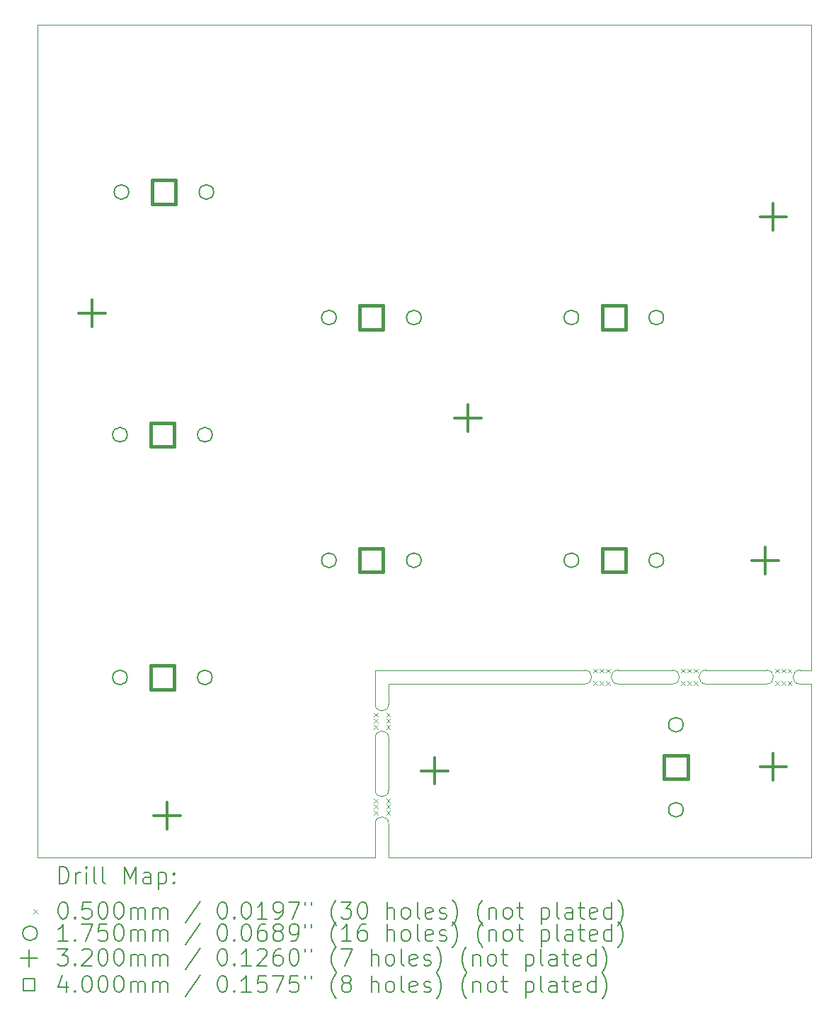
<source format=gbr>
%TF.GenerationSoftware,KiCad,Pcbnew,8.0.4*%
%TF.CreationDate,2024-07-25T19:41:15-07:00*%
%TF.ProjectId,panel_2,70616e65-6c5f-4322-9e6b-696361645f70,rev?*%
%TF.SameCoordinates,Original*%
%TF.FileFunction,Drillmap*%
%TF.FilePolarity,Positive*%
%FSLAX45Y45*%
G04 Gerber Fmt 4.5, Leading zero omitted, Abs format (unit mm)*
G04 Created by KiCad (PCBNEW 8.0.4) date 2024-07-25 19:41:15*
%MOMM*%
%LPD*%
G01*
G04 APERTURE LIST*
%ADD10C,0.050000*%
%ADD11C,0.200000*%
%ADD12C,0.100000*%
%ADD13C,0.175000*%
%ADD14C,0.320000*%
%ADD15C,0.400000*%
G04 APERTURE END LIST*
D10*
X18250000Y-11858000D02*
G75*
G02*
X18250000Y-11692000I0J83000D01*
G01*
X14295000Y-13525000D02*
X14295000Y-13930000D01*
X14455000Y-12100000D02*
G75*
G02*
X14295000Y-12100000I-80000J0D01*
G01*
X16800000Y-11692000D02*
G75*
G02*
X16800000Y-11858000I0J-83000D01*
G01*
X16800000Y-11858000D02*
X14455000Y-11858000D01*
X14455000Y-13930000D02*
X14455000Y-13525000D01*
X14455000Y-12100000D02*
X14455000Y-11858000D01*
X19505000Y-13930000D02*
X14455000Y-13930000D01*
X10255000Y-13930000D02*
X14295000Y-13930000D01*
X17200000Y-11692000D02*
X17850000Y-11692000D01*
X19505000Y-11692000D02*
X19505000Y-3980000D01*
X19375000Y-11692000D02*
X19505000Y-11692000D01*
X14295000Y-12500000D02*
G75*
G02*
X14455000Y-12500000I80000J0D01*
G01*
X16800000Y-11692000D02*
X14295000Y-11692000D01*
X18250000Y-11692000D02*
X18975000Y-11692000D01*
X18975000Y-11858000D02*
X18250000Y-11858000D01*
X17850000Y-11692000D02*
G75*
G02*
X17850000Y-11858000I0J-83000D01*
G01*
X14295000Y-12100000D02*
X14295000Y-11692000D01*
X17200000Y-11858000D02*
G75*
G02*
X17200000Y-11692000I0J83000D01*
G01*
X19505000Y-3980000D02*
X10255000Y-3980000D01*
X14295000Y-13525000D02*
G75*
G02*
X14455000Y-13525000I80000J0D01*
G01*
X14295000Y-12500000D02*
X14295000Y-13125000D01*
X18975000Y-11692000D02*
G75*
G02*
X18975000Y-11858000I0J-83000D01*
G01*
X14455000Y-13125000D02*
X14455000Y-12500000D01*
X19375000Y-11858000D02*
G75*
G02*
X19375000Y-11692000I0J83000D01*
G01*
X10255000Y-3980000D02*
X10255000Y-13930000D01*
X19375000Y-11858000D02*
X19505000Y-11858000D01*
X14455000Y-13125000D02*
G75*
G02*
X14295000Y-13125000I-80000J0D01*
G01*
X19505000Y-11858000D02*
X19505000Y-13930000D01*
X17850000Y-11858000D02*
X17200000Y-11858000D01*
D11*
D12*
X14275000Y-12200000D02*
X14325000Y-12250000D01*
X14325000Y-12200000D02*
X14275000Y-12250000D01*
X14275000Y-12275000D02*
X14325000Y-12325000D01*
X14325000Y-12275000D02*
X14275000Y-12325000D01*
X14275000Y-12350000D02*
X14325000Y-12400000D01*
X14325000Y-12350000D02*
X14275000Y-12400000D01*
X14275000Y-13225000D02*
X14325000Y-13275000D01*
X14325000Y-13225000D02*
X14275000Y-13275000D01*
X14275000Y-13300000D02*
X14325000Y-13350000D01*
X14325000Y-13300000D02*
X14275000Y-13350000D01*
X14275000Y-13375000D02*
X14325000Y-13425000D01*
X14325000Y-13375000D02*
X14275000Y-13425000D01*
X14425000Y-12200000D02*
X14475000Y-12250000D01*
X14475000Y-12200000D02*
X14425000Y-12250000D01*
X14425000Y-12275000D02*
X14475000Y-12325000D01*
X14475000Y-12275000D02*
X14425000Y-12325000D01*
X14425000Y-12350000D02*
X14475000Y-12400000D01*
X14475000Y-12350000D02*
X14425000Y-12400000D01*
X14425000Y-13225000D02*
X14475000Y-13275000D01*
X14475000Y-13225000D02*
X14425000Y-13275000D01*
X14425000Y-13300000D02*
X14475000Y-13350000D01*
X14475000Y-13300000D02*
X14425000Y-13350000D01*
X14425000Y-13375000D02*
X14475000Y-13425000D01*
X14475000Y-13375000D02*
X14425000Y-13425000D01*
X16900000Y-11675000D02*
X16950000Y-11725000D01*
X16950000Y-11675000D02*
X16900000Y-11725000D01*
X16900000Y-11825000D02*
X16950000Y-11875000D01*
X16950000Y-11825000D02*
X16900000Y-11875000D01*
X16975000Y-11675000D02*
X17025000Y-11725000D01*
X17025000Y-11675000D02*
X16975000Y-11725000D01*
X16975000Y-11825000D02*
X17025000Y-11875000D01*
X17025000Y-11825000D02*
X16975000Y-11875000D01*
X17050000Y-11675000D02*
X17100000Y-11725000D01*
X17100000Y-11675000D02*
X17050000Y-11725000D01*
X17050000Y-11825000D02*
X17100000Y-11875000D01*
X17100000Y-11825000D02*
X17050000Y-11875000D01*
X17950000Y-11675000D02*
X18000000Y-11725000D01*
X18000000Y-11675000D02*
X17950000Y-11725000D01*
X17950000Y-11825000D02*
X18000000Y-11875000D01*
X18000000Y-11825000D02*
X17950000Y-11875000D01*
X18025000Y-11675000D02*
X18075000Y-11725000D01*
X18075000Y-11675000D02*
X18025000Y-11725000D01*
X18025000Y-11825000D02*
X18075000Y-11875000D01*
X18075000Y-11825000D02*
X18025000Y-11875000D01*
X18100000Y-11675000D02*
X18150000Y-11725000D01*
X18150000Y-11675000D02*
X18100000Y-11725000D01*
X18100000Y-11825000D02*
X18150000Y-11875000D01*
X18150000Y-11825000D02*
X18100000Y-11875000D01*
X19075000Y-11675000D02*
X19125000Y-11725000D01*
X19125000Y-11675000D02*
X19075000Y-11725000D01*
X19075000Y-11825000D02*
X19125000Y-11875000D01*
X19125000Y-11825000D02*
X19075000Y-11875000D01*
X19150000Y-11675000D02*
X19200000Y-11725000D01*
X19200000Y-11675000D02*
X19150000Y-11725000D01*
X19150000Y-11825000D02*
X19200000Y-11875000D01*
X19200000Y-11825000D02*
X19150000Y-11875000D01*
X19225000Y-11675000D02*
X19275000Y-11725000D01*
X19275000Y-11675000D02*
X19225000Y-11725000D01*
X19225000Y-11825000D02*
X19275000Y-11875000D01*
X19275000Y-11825000D02*
X19225000Y-11875000D01*
D13*
X11327894Y-8880000D02*
G75*
G02*
X11152894Y-8880000I-87500J0D01*
G01*
X11152894Y-8880000D02*
G75*
G02*
X11327894Y-8880000I87500J0D01*
G01*
X11327894Y-11780000D02*
G75*
G02*
X11152894Y-11780000I-87500J0D01*
G01*
X11152894Y-11780000D02*
G75*
G02*
X11327894Y-11780000I87500J0D01*
G01*
X11345926Y-5980056D02*
G75*
G02*
X11170926Y-5980056I-87500J0D01*
G01*
X11170926Y-5980056D02*
G75*
G02*
X11345926Y-5980056I87500J0D01*
G01*
X12343894Y-8880000D02*
G75*
G02*
X12168894Y-8880000I-87500J0D01*
G01*
X12168894Y-8880000D02*
G75*
G02*
X12343894Y-8880000I87500J0D01*
G01*
X12343894Y-11780000D02*
G75*
G02*
X12168894Y-11780000I-87500J0D01*
G01*
X12168894Y-11780000D02*
G75*
G02*
X12343894Y-11780000I87500J0D01*
G01*
X12361926Y-5980056D02*
G75*
G02*
X12186926Y-5980056I-87500J0D01*
G01*
X12186926Y-5980056D02*
G75*
G02*
X12361926Y-5980056I87500J0D01*
G01*
X13827894Y-7480000D02*
G75*
G02*
X13652894Y-7480000I-87500J0D01*
G01*
X13652894Y-7480000D02*
G75*
G02*
X13827894Y-7480000I87500J0D01*
G01*
X13827894Y-10380000D02*
G75*
G02*
X13652894Y-10380000I-87500J0D01*
G01*
X13652894Y-10380000D02*
G75*
G02*
X13827894Y-10380000I87500J0D01*
G01*
X14843894Y-7480000D02*
G75*
G02*
X14668894Y-7480000I-87500J0D01*
G01*
X14668894Y-7480000D02*
G75*
G02*
X14843894Y-7480000I87500J0D01*
G01*
X14843894Y-10380000D02*
G75*
G02*
X14668894Y-10380000I-87500J0D01*
G01*
X14668894Y-10380000D02*
G75*
G02*
X14843894Y-10380000I87500J0D01*
G01*
X16727894Y-7480000D02*
G75*
G02*
X16552894Y-7480000I-87500J0D01*
G01*
X16552894Y-7480000D02*
G75*
G02*
X16727894Y-7480000I87500J0D01*
G01*
X16727894Y-10380000D02*
G75*
G02*
X16552894Y-10380000I-87500J0D01*
G01*
X16552894Y-10380000D02*
G75*
G02*
X16727894Y-10380000I87500J0D01*
G01*
X17743894Y-7480000D02*
G75*
G02*
X17568894Y-7480000I-87500J0D01*
G01*
X17568894Y-7480000D02*
G75*
G02*
X17743894Y-7480000I87500J0D01*
G01*
X17743894Y-10380000D02*
G75*
G02*
X17568894Y-10380000I-87500J0D01*
G01*
X17568894Y-10380000D02*
G75*
G02*
X17743894Y-10380000I87500J0D01*
G01*
X17977912Y-12344409D02*
G75*
G02*
X17802912Y-12344409I-87500J0D01*
G01*
X17802912Y-12344409D02*
G75*
G02*
X17977912Y-12344409I87500J0D01*
G01*
X17977912Y-13360409D02*
G75*
G02*
X17802912Y-13360409I-87500J0D01*
G01*
X17802912Y-13360409D02*
G75*
G02*
X17977912Y-13360409I87500J0D01*
G01*
D14*
X10905000Y-7270000D02*
X10905000Y-7590000D01*
X10745000Y-7430000D02*
X11065000Y-7430000D01*
X11805000Y-13270000D02*
X11805000Y-13590000D01*
X11645000Y-13430000D02*
X11965000Y-13430000D01*
X15005000Y-12734000D02*
X15005000Y-13054000D01*
X14845000Y-12894000D02*
X15165000Y-12894000D01*
X15405000Y-8520000D02*
X15405000Y-8840000D01*
X15245000Y-8680000D02*
X15565000Y-8680000D01*
X18955000Y-10220000D02*
X18955000Y-10540000D01*
X18795000Y-10380000D02*
X19115000Y-10380000D01*
X19055000Y-6120000D02*
X19055000Y-6440000D01*
X18895000Y-6280000D02*
X19215000Y-6280000D01*
X19055000Y-12684000D02*
X19055000Y-13004000D01*
X18895000Y-12844000D02*
X19215000Y-12844000D01*
D15*
X11889817Y-9021423D02*
X11889817Y-8738577D01*
X11606972Y-8738577D01*
X11606972Y-9021423D01*
X11889817Y-9021423D01*
X11889817Y-11921423D02*
X11889817Y-11638577D01*
X11606972Y-11638577D01*
X11606972Y-11921423D01*
X11889817Y-11921423D01*
X11907848Y-6121479D02*
X11907848Y-5838633D01*
X11625003Y-5838633D01*
X11625003Y-6121479D01*
X11907848Y-6121479D01*
X14389817Y-7621423D02*
X14389817Y-7338577D01*
X14106972Y-7338577D01*
X14106972Y-7621423D01*
X14389817Y-7621423D01*
X14389817Y-10521423D02*
X14389817Y-10238577D01*
X14106972Y-10238577D01*
X14106972Y-10521423D01*
X14389817Y-10521423D01*
X17289817Y-7621423D02*
X17289817Y-7338577D01*
X17006972Y-7338577D01*
X17006972Y-7621423D01*
X17289817Y-7621423D01*
X17289817Y-10521423D02*
X17289817Y-10238577D01*
X17006972Y-10238577D01*
X17006972Y-10521423D01*
X17289817Y-10521423D01*
X18031835Y-12993832D02*
X18031835Y-12710987D01*
X17748990Y-12710987D01*
X17748990Y-12993832D01*
X18031835Y-12993832D01*
D11*
X10513277Y-14243984D02*
X10513277Y-14043984D01*
X10513277Y-14043984D02*
X10560896Y-14043984D01*
X10560896Y-14043984D02*
X10589467Y-14053508D01*
X10589467Y-14053508D02*
X10608515Y-14072555D01*
X10608515Y-14072555D02*
X10618039Y-14091603D01*
X10618039Y-14091603D02*
X10627563Y-14129698D01*
X10627563Y-14129698D02*
X10627563Y-14158269D01*
X10627563Y-14158269D02*
X10618039Y-14196365D01*
X10618039Y-14196365D02*
X10608515Y-14215412D01*
X10608515Y-14215412D02*
X10589467Y-14234460D01*
X10589467Y-14234460D02*
X10560896Y-14243984D01*
X10560896Y-14243984D02*
X10513277Y-14243984D01*
X10713277Y-14243984D02*
X10713277Y-14110650D01*
X10713277Y-14148746D02*
X10722801Y-14129698D01*
X10722801Y-14129698D02*
X10732324Y-14120174D01*
X10732324Y-14120174D02*
X10751372Y-14110650D01*
X10751372Y-14110650D02*
X10770420Y-14110650D01*
X10837086Y-14243984D02*
X10837086Y-14110650D01*
X10837086Y-14043984D02*
X10827563Y-14053508D01*
X10827563Y-14053508D02*
X10837086Y-14063031D01*
X10837086Y-14063031D02*
X10846610Y-14053508D01*
X10846610Y-14053508D02*
X10837086Y-14043984D01*
X10837086Y-14043984D02*
X10837086Y-14063031D01*
X10960896Y-14243984D02*
X10941848Y-14234460D01*
X10941848Y-14234460D02*
X10932324Y-14215412D01*
X10932324Y-14215412D02*
X10932324Y-14043984D01*
X11065658Y-14243984D02*
X11046610Y-14234460D01*
X11046610Y-14234460D02*
X11037086Y-14215412D01*
X11037086Y-14215412D02*
X11037086Y-14043984D01*
X11294229Y-14243984D02*
X11294229Y-14043984D01*
X11294229Y-14043984D02*
X11360896Y-14186841D01*
X11360896Y-14186841D02*
X11427562Y-14043984D01*
X11427562Y-14043984D02*
X11427562Y-14243984D01*
X11608515Y-14243984D02*
X11608515Y-14139222D01*
X11608515Y-14139222D02*
X11598991Y-14120174D01*
X11598991Y-14120174D02*
X11579943Y-14110650D01*
X11579943Y-14110650D02*
X11541848Y-14110650D01*
X11541848Y-14110650D02*
X11522801Y-14120174D01*
X11608515Y-14234460D02*
X11589467Y-14243984D01*
X11589467Y-14243984D02*
X11541848Y-14243984D01*
X11541848Y-14243984D02*
X11522801Y-14234460D01*
X11522801Y-14234460D02*
X11513277Y-14215412D01*
X11513277Y-14215412D02*
X11513277Y-14196365D01*
X11513277Y-14196365D02*
X11522801Y-14177317D01*
X11522801Y-14177317D02*
X11541848Y-14167793D01*
X11541848Y-14167793D02*
X11589467Y-14167793D01*
X11589467Y-14167793D02*
X11608515Y-14158269D01*
X11703753Y-14110650D02*
X11703753Y-14310650D01*
X11703753Y-14120174D02*
X11722801Y-14110650D01*
X11722801Y-14110650D02*
X11760896Y-14110650D01*
X11760896Y-14110650D02*
X11779943Y-14120174D01*
X11779943Y-14120174D02*
X11789467Y-14129698D01*
X11789467Y-14129698D02*
X11798991Y-14148746D01*
X11798991Y-14148746D02*
X11798991Y-14205888D01*
X11798991Y-14205888D02*
X11789467Y-14224936D01*
X11789467Y-14224936D02*
X11779943Y-14234460D01*
X11779943Y-14234460D02*
X11760896Y-14243984D01*
X11760896Y-14243984D02*
X11722801Y-14243984D01*
X11722801Y-14243984D02*
X11703753Y-14234460D01*
X11884705Y-14224936D02*
X11894229Y-14234460D01*
X11894229Y-14234460D02*
X11884705Y-14243984D01*
X11884705Y-14243984D02*
X11875182Y-14234460D01*
X11875182Y-14234460D02*
X11884705Y-14224936D01*
X11884705Y-14224936D02*
X11884705Y-14243984D01*
X11884705Y-14120174D02*
X11894229Y-14129698D01*
X11894229Y-14129698D02*
X11884705Y-14139222D01*
X11884705Y-14139222D02*
X11875182Y-14129698D01*
X11875182Y-14129698D02*
X11884705Y-14120174D01*
X11884705Y-14120174D02*
X11884705Y-14139222D01*
D12*
X10202500Y-14547500D02*
X10252500Y-14597500D01*
X10252500Y-14547500D02*
X10202500Y-14597500D01*
D11*
X10551372Y-14463984D02*
X10570420Y-14463984D01*
X10570420Y-14463984D02*
X10589467Y-14473508D01*
X10589467Y-14473508D02*
X10598991Y-14483031D01*
X10598991Y-14483031D02*
X10608515Y-14502079D01*
X10608515Y-14502079D02*
X10618039Y-14540174D01*
X10618039Y-14540174D02*
X10618039Y-14587793D01*
X10618039Y-14587793D02*
X10608515Y-14625888D01*
X10608515Y-14625888D02*
X10598991Y-14644936D01*
X10598991Y-14644936D02*
X10589467Y-14654460D01*
X10589467Y-14654460D02*
X10570420Y-14663984D01*
X10570420Y-14663984D02*
X10551372Y-14663984D01*
X10551372Y-14663984D02*
X10532324Y-14654460D01*
X10532324Y-14654460D02*
X10522801Y-14644936D01*
X10522801Y-14644936D02*
X10513277Y-14625888D01*
X10513277Y-14625888D02*
X10503753Y-14587793D01*
X10503753Y-14587793D02*
X10503753Y-14540174D01*
X10503753Y-14540174D02*
X10513277Y-14502079D01*
X10513277Y-14502079D02*
X10522801Y-14483031D01*
X10522801Y-14483031D02*
X10532324Y-14473508D01*
X10532324Y-14473508D02*
X10551372Y-14463984D01*
X10703753Y-14644936D02*
X10713277Y-14654460D01*
X10713277Y-14654460D02*
X10703753Y-14663984D01*
X10703753Y-14663984D02*
X10694229Y-14654460D01*
X10694229Y-14654460D02*
X10703753Y-14644936D01*
X10703753Y-14644936D02*
X10703753Y-14663984D01*
X10894229Y-14463984D02*
X10798991Y-14463984D01*
X10798991Y-14463984D02*
X10789467Y-14559222D01*
X10789467Y-14559222D02*
X10798991Y-14549698D01*
X10798991Y-14549698D02*
X10818039Y-14540174D01*
X10818039Y-14540174D02*
X10865658Y-14540174D01*
X10865658Y-14540174D02*
X10884705Y-14549698D01*
X10884705Y-14549698D02*
X10894229Y-14559222D01*
X10894229Y-14559222D02*
X10903753Y-14578269D01*
X10903753Y-14578269D02*
X10903753Y-14625888D01*
X10903753Y-14625888D02*
X10894229Y-14644936D01*
X10894229Y-14644936D02*
X10884705Y-14654460D01*
X10884705Y-14654460D02*
X10865658Y-14663984D01*
X10865658Y-14663984D02*
X10818039Y-14663984D01*
X10818039Y-14663984D02*
X10798991Y-14654460D01*
X10798991Y-14654460D02*
X10789467Y-14644936D01*
X11027563Y-14463984D02*
X11046610Y-14463984D01*
X11046610Y-14463984D02*
X11065658Y-14473508D01*
X11065658Y-14473508D02*
X11075182Y-14483031D01*
X11075182Y-14483031D02*
X11084705Y-14502079D01*
X11084705Y-14502079D02*
X11094229Y-14540174D01*
X11094229Y-14540174D02*
X11094229Y-14587793D01*
X11094229Y-14587793D02*
X11084705Y-14625888D01*
X11084705Y-14625888D02*
X11075182Y-14644936D01*
X11075182Y-14644936D02*
X11065658Y-14654460D01*
X11065658Y-14654460D02*
X11046610Y-14663984D01*
X11046610Y-14663984D02*
X11027563Y-14663984D01*
X11027563Y-14663984D02*
X11008515Y-14654460D01*
X11008515Y-14654460D02*
X10998991Y-14644936D01*
X10998991Y-14644936D02*
X10989467Y-14625888D01*
X10989467Y-14625888D02*
X10979944Y-14587793D01*
X10979944Y-14587793D02*
X10979944Y-14540174D01*
X10979944Y-14540174D02*
X10989467Y-14502079D01*
X10989467Y-14502079D02*
X10998991Y-14483031D01*
X10998991Y-14483031D02*
X11008515Y-14473508D01*
X11008515Y-14473508D02*
X11027563Y-14463984D01*
X11218039Y-14463984D02*
X11237086Y-14463984D01*
X11237086Y-14463984D02*
X11256134Y-14473508D01*
X11256134Y-14473508D02*
X11265658Y-14483031D01*
X11265658Y-14483031D02*
X11275182Y-14502079D01*
X11275182Y-14502079D02*
X11284705Y-14540174D01*
X11284705Y-14540174D02*
X11284705Y-14587793D01*
X11284705Y-14587793D02*
X11275182Y-14625888D01*
X11275182Y-14625888D02*
X11265658Y-14644936D01*
X11265658Y-14644936D02*
X11256134Y-14654460D01*
X11256134Y-14654460D02*
X11237086Y-14663984D01*
X11237086Y-14663984D02*
X11218039Y-14663984D01*
X11218039Y-14663984D02*
X11198991Y-14654460D01*
X11198991Y-14654460D02*
X11189467Y-14644936D01*
X11189467Y-14644936D02*
X11179944Y-14625888D01*
X11179944Y-14625888D02*
X11170420Y-14587793D01*
X11170420Y-14587793D02*
X11170420Y-14540174D01*
X11170420Y-14540174D02*
X11179944Y-14502079D01*
X11179944Y-14502079D02*
X11189467Y-14483031D01*
X11189467Y-14483031D02*
X11198991Y-14473508D01*
X11198991Y-14473508D02*
X11218039Y-14463984D01*
X11370420Y-14663984D02*
X11370420Y-14530650D01*
X11370420Y-14549698D02*
X11379943Y-14540174D01*
X11379943Y-14540174D02*
X11398991Y-14530650D01*
X11398991Y-14530650D02*
X11427563Y-14530650D01*
X11427563Y-14530650D02*
X11446610Y-14540174D01*
X11446610Y-14540174D02*
X11456134Y-14559222D01*
X11456134Y-14559222D02*
X11456134Y-14663984D01*
X11456134Y-14559222D02*
X11465658Y-14540174D01*
X11465658Y-14540174D02*
X11484705Y-14530650D01*
X11484705Y-14530650D02*
X11513277Y-14530650D01*
X11513277Y-14530650D02*
X11532324Y-14540174D01*
X11532324Y-14540174D02*
X11541848Y-14559222D01*
X11541848Y-14559222D02*
X11541848Y-14663984D01*
X11637086Y-14663984D02*
X11637086Y-14530650D01*
X11637086Y-14549698D02*
X11646610Y-14540174D01*
X11646610Y-14540174D02*
X11665658Y-14530650D01*
X11665658Y-14530650D02*
X11694229Y-14530650D01*
X11694229Y-14530650D02*
X11713277Y-14540174D01*
X11713277Y-14540174D02*
X11722801Y-14559222D01*
X11722801Y-14559222D02*
X11722801Y-14663984D01*
X11722801Y-14559222D02*
X11732324Y-14540174D01*
X11732324Y-14540174D02*
X11751372Y-14530650D01*
X11751372Y-14530650D02*
X11779943Y-14530650D01*
X11779943Y-14530650D02*
X11798991Y-14540174D01*
X11798991Y-14540174D02*
X11808515Y-14559222D01*
X11808515Y-14559222D02*
X11808515Y-14663984D01*
X12198991Y-14454460D02*
X12027563Y-14711603D01*
X12456134Y-14463984D02*
X12475182Y-14463984D01*
X12475182Y-14463984D02*
X12494229Y-14473508D01*
X12494229Y-14473508D02*
X12503753Y-14483031D01*
X12503753Y-14483031D02*
X12513277Y-14502079D01*
X12513277Y-14502079D02*
X12522801Y-14540174D01*
X12522801Y-14540174D02*
X12522801Y-14587793D01*
X12522801Y-14587793D02*
X12513277Y-14625888D01*
X12513277Y-14625888D02*
X12503753Y-14644936D01*
X12503753Y-14644936D02*
X12494229Y-14654460D01*
X12494229Y-14654460D02*
X12475182Y-14663984D01*
X12475182Y-14663984D02*
X12456134Y-14663984D01*
X12456134Y-14663984D02*
X12437086Y-14654460D01*
X12437086Y-14654460D02*
X12427563Y-14644936D01*
X12427563Y-14644936D02*
X12418039Y-14625888D01*
X12418039Y-14625888D02*
X12408515Y-14587793D01*
X12408515Y-14587793D02*
X12408515Y-14540174D01*
X12408515Y-14540174D02*
X12418039Y-14502079D01*
X12418039Y-14502079D02*
X12427563Y-14483031D01*
X12427563Y-14483031D02*
X12437086Y-14473508D01*
X12437086Y-14473508D02*
X12456134Y-14463984D01*
X12608515Y-14644936D02*
X12618039Y-14654460D01*
X12618039Y-14654460D02*
X12608515Y-14663984D01*
X12608515Y-14663984D02*
X12598991Y-14654460D01*
X12598991Y-14654460D02*
X12608515Y-14644936D01*
X12608515Y-14644936D02*
X12608515Y-14663984D01*
X12741848Y-14463984D02*
X12760896Y-14463984D01*
X12760896Y-14463984D02*
X12779944Y-14473508D01*
X12779944Y-14473508D02*
X12789467Y-14483031D01*
X12789467Y-14483031D02*
X12798991Y-14502079D01*
X12798991Y-14502079D02*
X12808515Y-14540174D01*
X12808515Y-14540174D02*
X12808515Y-14587793D01*
X12808515Y-14587793D02*
X12798991Y-14625888D01*
X12798991Y-14625888D02*
X12789467Y-14644936D01*
X12789467Y-14644936D02*
X12779944Y-14654460D01*
X12779944Y-14654460D02*
X12760896Y-14663984D01*
X12760896Y-14663984D02*
X12741848Y-14663984D01*
X12741848Y-14663984D02*
X12722801Y-14654460D01*
X12722801Y-14654460D02*
X12713277Y-14644936D01*
X12713277Y-14644936D02*
X12703753Y-14625888D01*
X12703753Y-14625888D02*
X12694229Y-14587793D01*
X12694229Y-14587793D02*
X12694229Y-14540174D01*
X12694229Y-14540174D02*
X12703753Y-14502079D01*
X12703753Y-14502079D02*
X12713277Y-14483031D01*
X12713277Y-14483031D02*
X12722801Y-14473508D01*
X12722801Y-14473508D02*
X12741848Y-14463984D01*
X12998991Y-14663984D02*
X12884706Y-14663984D01*
X12941848Y-14663984D02*
X12941848Y-14463984D01*
X12941848Y-14463984D02*
X12922801Y-14492555D01*
X12922801Y-14492555D02*
X12903753Y-14511603D01*
X12903753Y-14511603D02*
X12884706Y-14521127D01*
X13094229Y-14663984D02*
X13132325Y-14663984D01*
X13132325Y-14663984D02*
X13151372Y-14654460D01*
X13151372Y-14654460D02*
X13160896Y-14644936D01*
X13160896Y-14644936D02*
X13179944Y-14616365D01*
X13179944Y-14616365D02*
X13189467Y-14578269D01*
X13189467Y-14578269D02*
X13189467Y-14502079D01*
X13189467Y-14502079D02*
X13179944Y-14483031D01*
X13179944Y-14483031D02*
X13170420Y-14473508D01*
X13170420Y-14473508D02*
X13151372Y-14463984D01*
X13151372Y-14463984D02*
X13113277Y-14463984D01*
X13113277Y-14463984D02*
X13094229Y-14473508D01*
X13094229Y-14473508D02*
X13084706Y-14483031D01*
X13084706Y-14483031D02*
X13075182Y-14502079D01*
X13075182Y-14502079D02*
X13075182Y-14549698D01*
X13075182Y-14549698D02*
X13084706Y-14568746D01*
X13084706Y-14568746D02*
X13094229Y-14578269D01*
X13094229Y-14578269D02*
X13113277Y-14587793D01*
X13113277Y-14587793D02*
X13151372Y-14587793D01*
X13151372Y-14587793D02*
X13170420Y-14578269D01*
X13170420Y-14578269D02*
X13179944Y-14568746D01*
X13179944Y-14568746D02*
X13189467Y-14549698D01*
X13256134Y-14463984D02*
X13389467Y-14463984D01*
X13389467Y-14463984D02*
X13303753Y-14663984D01*
X13456134Y-14463984D02*
X13456134Y-14502079D01*
X13532325Y-14463984D02*
X13532325Y-14502079D01*
X13827563Y-14740174D02*
X13818039Y-14730650D01*
X13818039Y-14730650D02*
X13798991Y-14702079D01*
X13798991Y-14702079D02*
X13789468Y-14683031D01*
X13789468Y-14683031D02*
X13779944Y-14654460D01*
X13779944Y-14654460D02*
X13770420Y-14606841D01*
X13770420Y-14606841D02*
X13770420Y-14568746D01*
X13770420Y-14568746D02*
X13779944Y-14521127D01*
X13779944Y-14521127D02*
X13789468Y-14492555D01*
X13789468Y-14492555D02*
X13798991Y-14473508D01*
X13798991Y-14473508D02*
X13818039Y-14444936D01*
X13818039Y-14444936D02*
X13827563Y-14435412D01*
X13884706Y-14463984D02*
X14008515Y-14463984D01*
X14008515Y-14463984D02*
X13941848Y-14540174D01*
X13941848Y-14540174D02*
X13970420Y-14540174D01*
X13970420Y-14540174D02*
X13989468Y-14549698D01*
X13989468Y-14549698D02*
X13998991Y-14559222D01*
X13998991Y-14559222D02*
X14008515Y-14578269D01*
X14008515Y-14578269D02*
X14008515Y-14625888D01*
X14008515Y-14625888D02*
X13998991Y-14644936D01*
X13998991Y-14644936D02*
X13989468Y-14654460D01*
X13989468Y-14654460D02*
X13970420Y-14663984D01*
X13970420Y-14663984D02*
X13913277Y-14663984D01*
X13913277Y-14663984D02*
X13894229Y-14654460D01*
X13894229Y-14654460D02*
X13884706Y-14644936D01*
X14132325Y-14463984D02*
X14151372Y-14463984D01*
X14151372Y-14463984D02*
X14170420Y-14473508D01*
X14170420Y-14473508D02*
X14179944Y-14483031D01*
X14179944Y-14483031D02*
X14189468Y-14502079D01*
X14189468Y-14502079D02*
X14198991Y-14540174D01*
X14198991Y-14540174D02*
X14198991Y-14587793D01*
X14198991Y-14587793D02*
X14189468Y-14625888D01*
X14189468Y-14625888D02*
X14179944Y-14644936D01*
X14179944Y-14644936D02*
X14170420Y-14654460D01*
X14170420Y-14654460D02*
X14151372Y-14663984D01*
X14151372Y-14663984D02*
X14132325Y-14663984D01*
X14132325Y-14663984D02*
X14113277Y-14654460D01*
X14113277Y-14654460D02*
X14103753Y-14644936D01*
X14103753Y-14644936D02*
X14094229Y-14625888D01*
X14094229Y-14625888D02*
X14084706Y-14587793D01*
X14084706Y-14587793D02*
X14084706Y-14540174D01*
X14084706Y-14540174D02*
X14094229Y-14502079D01*
X14094229Y-14502079D02*
X14103753Y-14483031D01*
X14103753Y-14483031D02*
X14113277Y-14473508D01*
X14113277Y-14473508D02*
X14132325Y-14463984D01*
X14437087Y-14663984D02*
X14437087Y-14463984D01*
X14522801Y-14663984D02*
X14522801Y-14559222D01*
X14522801Y-14559222D02*
X14513277Y-14540174D01*
X14513277Y-14540174D02*
X14494230Y-14530650D01*
X14494230Y-14530650D02*
X14465658Y-14530650D01*
X14465658Y-14530650D02*
X14446610Y-14540174D01*
X14446610Y-14540174D02*
X14437087Y-14549698D01*
X14646610Y-14663984D02*
X14627563Y-14654460D01*
X14627563Y-14654460D02*
X14618039Y-14644936D01*
X14618039Y-14644936D02*
X14608515Y-14625888D01*
X14608515Y-14625888D02*
X14608515Y-14568746D01*
X14608515Y-14568746D02*
X14618039Y-14549698D01*
X14618039Y-14549698D02*
X14627563Y-14540174D01*
X14627563Y-14540174D02*
X14646610Y-14530650D01*
X14646610Y-14530650D02*
X14675182Y-14530650D01*
X14675182Y-14530650D02*
X14694230Y-14540174D01*
X14694230Y-14540174D02*
X14703753Y-14549698D01*
X14703753Y-14549698D02*
X14713277Y-14568746D01*
X14713277Y-14568746D02*
X14713277Y-14625888D01*
X14713277Y-14625888D02*
X14703753Y-14644936D01*
X14703753Y-14644936D02*
X14694230Y-14654460D01*
X14694230Y-14654460D02*
X14675182Y-14663984D01*
X14675182Y-14663984D02*
X14646610Y-14663984D01*
X14827563Y-14663984D02*
X14808515Y-14654460D01*
X14808515Y-14654460D02*
X14798991Y-14635412D01*
X14798991Y-14635412D02*
X14798991Y-14463984D01*
X14979944Y-14654460D02*
X14960896Y-14663984D01*
X14960896Y-14663984D02*
X14922801Y-14663984D01*
X14922801Y-14663984D02*
X14903753Y-14654460D01*
X14903753Y-14654460D02*
X14894230Y-14635412D01*
X14894230Y-14635412D02*
X14894230Y-14559222D01*
X14894230Y-14559222D02*
X14903753Y-14540174D01*
X14903753Y-14540174D02*
X14922801Y-14530650D01*
X14922801Y-14530650D02*
X14960896Y-14530650D01*
X14960896Y-14530650D02*
X14979944Y-14540174D01*
X14979944Y-14540174D02*
X14989468Y-14559222D01*
X14989468Y-14559222D02*
X14989468Y-14578269D01*
X14989468Y-14578269D02*
X14894230Y-14597317D01*
X15065658Y-14654460D02*
X15084706Y-14663984D01*
X15084706Y-14663984D02*
X15122801Y-14663984D01*
X15122801Y-14663984D02*
X15141849Y-14654460D01*
X15141849Y-14654460D02*
X15151372Y-14635412D01*
X15151372Y-14635412D02*
X15151372Y-14625888D01*
X15151372Y-14625888D02*
X15141849Y-14606841D01*
X15141849Y-14606841D02*
X15122801Y-14597317D01*
X15122801Y-14597317D02*
X15094230Y-14597317D01*
X15094230Y-14597317D02*
X15075182Y-14587793D01*
X15075182Y-14587793D02*
X15065658Y-14568746D01*
X15065658Y-14568746D02*
X15065658Y-14559222D01*
X15065658Y-14559222D02*
X15075182Y-14540174D01*
X15075182Y-14540174D02*
X15094230Y-14530650D01*
X15094230Y-14530650D02*
X15122801Y-14530650D01*
X15122801Y-14530650D02*
X15141849Y-14540174D01*
X15218039Y-14740174D02*
X15227563Y-14730650D01*
X15227563Y-14730650D02*
X15246611Y-14702079D01*
X15246611Y-14702079D02*
X15256134Y-14683031D01*
X15256134Y-14683031D02*
X15265658Y-14654460D01*
X15265658Y-14654460D02*
X15275182Y-14606841D01*
X15275182Y-14606841D02*
X15275182Y-14568746D01*
X15275182Y-14568746D02*
X15265658Y-14521127D01*
X15265658Y-14521127D02*
X15256134Y-14492555D01*
X15256134Y-14492555D02*
X15246611Y-14473508D01*
X15246611Y-14473508D02*
X15227563Y-14444936D01*
X15227563Y-14444936D02*
X15218039Y-14435412D01*
X15579944Y-14740174D02*
X15570420Y-14730650D01*
X15570420Y-14730650D02*
X15551372Y-14702079D01*
X15551372Y-14702079D02*
X15541849Y-14683031D01*
X15541849Y-14683031D02*
X15532325Y-14654460D01*
X15532325Y-14654460D02*
X15522801Y-14606841D01*
X15522801Y-14606841D02*
X15522801Y-14568746D01*
X15522801Y-14568746D02*
X15532325Y-14521127D01*
X15532325Y-14521127D02*
X15541849Y-14492555D01*
X15541849Y-14492555D02*
X15551372Y-14473508D01*
X15551372Y-14473508D02*
X15570420Y-14444936D01*
X15570420Y-14444936D02*
X15579944Y-14435412D01*
X15656134Y-14530650D02*
X15656134Y-14663984D01*
X15656134Y-14549698D02*
X15665658Y-14540174D01*
X15665658Y-14540174D02*
X15684706Y-14530650D01*
X15684706Y-14530650D02*
X15713277Y-14530650D01*
X15713277Y-14530650D02*
X15732325Y-14540174D01*
X15732325Y-14540174D02*
X15741849Y-14559222D01*
X15741849Y-14559222D02*
X15741849Y-14663984D01*
X15865658Y-14663984D02*
X15846611Y-14654460D01*
X15846611Y-14654460D02*
X15837087Y-14644936D01*
X15837087Y-14644936D02*
X15827563Y-14625888D01*
X15827563Y-14625888D02*
X15827563Y-14568746D01*
X15827563Y-14568746D02*
X15837087Y-14549698D01*
X15837087Y-14549698D02*
X15846611Y-14540174D01*
X15846611Y-14540174D02*
X15865658Y-14530650D01*
X15865658Y-14530650D02*
X15894230Y-14530650D01*
X15894230Y-14530650D02*
X15913277Y-14540174D01*
X15913277Y-14540174D02*
X15922801Y-14549698D01*
X15922801Y-14549698D02*
X15932325Y-14568746D01*
X15932325Y-14568746D02*
X15932325Y-14625888D01*
X15932325Y-14625888D02*
X15922801Y-14644936D01*
X15922801Y-14644936D02*
X15913277Y-14654460D01*
X15913277Y-14654460D02*
X15894230Y-14663984D01*
X15894230Y-14663984D02*
X15865658Y-14663984D01*
X15989468Y-14530650D02*
X16065658Y-14530650D01*
X16018039Y-14463984D02*
X16018039Y-14635412D01*
X16018039Y-14635412D02*
X16027563Y-14654460D01*
X16027563Y-14654460D02*
X16046611Y-14663984D01*
X16046611Y-14663984D02*
X16065658Y-14663984D01*
X16284706Y-14530650D02*
X16284706Y-14730650D01*
X16284706Y-14540174D02*
X16303753Y-14530650D01*
X16303753Y-14530650D02*
X16341849Y-14530650D01*
X16341849Y-14530650D02*
X16360896Y-14540174D01*
X16360896Y-14540174D02*
X16370420Y-14549698D01*
X16370420Y-14549698D02*
X16379944Y-14568746D01*
X16379944Y-14568746D02*
X16379944Y-14625888D01*
X16379944Y-14625888D02*
X16370420Y-14644936D01*
X16370420Y-14644936D02*
X16360896Y-14654460D01*
X16360896Y-14654460D02*
X16341849Y-14663984D01*
X16341849Y-14663984D02*
X16303753Y-14663984D01*
X16303753Y-14663984D02*
X16284706Y-14654460D01*
X16494230Y-14663984D02*
X16475182Y-14654460D01*
X16475182Y-14654460D02*
X16465658Y-14635412D01*
X16465658Y-14635412D02*
X16465658Y-14463984D01*
X16656134Y-14663984D02*
X16656134Y-14559222D01*
X16656134Y-14559222D02*
X16646611Y-14540174D01*
X16646611Y-14540174D02*
X16627563Y-14530650D01*
X16627563Y-14530650D02*
X16589468Y-14530650D01*
X16589468Y-14530650D02*
X16570420Y-14540174D01*
X16656134Y-14654460D02*
X16637087Y-14663984D01*
X16637087Y-14663984D02*
X16589468Y-14663984D01*
X16589468Y-14663984D02*
X16570420Y-14654460D01*
X16570420Y-14654460D02*
X16560896Y-14635412D01*
X16560896Y-14635412D02*
X16560896Y-14616365D01*
X16560896Y-14616365D02*
X16570420Y-14597317D01*
X16570420Y-14597317D02*
X16589468Y-14587793D01*
X16589468Y-14587793D02*
X16637087Y-14587793D01*
X16637087Y-14587793D02*
X16656134Y-14578269D01*
X16722801Y-14530650D02*
X16798992Y-14530650D01*
X16751373Y-14463984D02*
X16751373Y-14635412D01*
X16751373Y-14635412D02*
X16760896Y-14654460D01*
X16760896Y-14654460D02*
X16779944Y-14663984D01*
X16779944Y-14663984D02*
X16798992Y-14663984D01*
X16941849Y-14654460D02*
X16922801Y-14663984D01*
X16922801Y-14663984D02*
X16884706Y-14663984D01*
X16884706Y-14663984D02*
X16865658Y-14654460D01*
X16865658Y-14654460D02*
X16856135Y-14635412D01*
X16856135Y-14635412D02*
X16856135Y-14559222D01*
X16856135Y-14559222D02*
X16865658Y-14540174D01*
X16865658Y-14540174D02*
X16884706Y-14530650D01*
X16884706Y-14530650D02*
X16922801Y-14530650D01*
X16922801Y-14530650D02*
X16941849Y-14540174D01*
X16941849Y-14540174D02*
X16951373Y-14559222D01*
X16951373Y-14559222D02*
X16951373Y-14578269D01*
X16951373Y-14578269D02*
X16856135Y-14597317D01*
X17122801Y-14663984D02*
X17122801Y-14463984D01*
X17122801Y-14654460D02*
X17103754Y-14663984D01*
X17103754Y-14663984D02*
X17065658Y-14663984D01*
X17065658Y-14663984D02*
X17046611Y-14654460D01*
X17046611Y-14654460D02*
X17037087Y-14644936D01*
X17037087Y-14644936D02*
X17027563Y-14625888D01*
X17027563Y-14625888D02*
X17027563Y-14568746D01*
X17027563Y-14568746D02*
X17037087Y-14549698D01*
X17037087Y-14549698D02*
X17046611Y-14540174D01*
X17046611Y-14540174D02*
X17065658Y-14530650D01*
X17065658Y-14530650D02*
X17103754Y-14530650D01*
X17103754Y-14530650D02*
X17122801Y-14540174D01*
X17198992Y-14740174D02*
X17208516Y-14730650D01*
X17208516Y-14730650D02*
X17227563Y-14702079D01*
X17227563Y-14702079D02*
X17237087Y-14683031D01*
X17237087Y-14683031D02*
X17246611Y-14654460D01*
X17246611Y-14654460D02*
X17256135Y-14606841D01*
X17256135Y-14606841D02*
X17256135Y-14568746D01*
X17256135Y-14568746D02*
X17246611Y-14521127D01*
X17246611Y-14521127D02*
X17237087Y-14492555D01*
X17237087Y-14492555D02*
X17227563Y-14473508D01*
X17227563Y-14473508D02*
X17208516Y-14444936D01*
X17208516Y-14444936D02*
X17198992Y-14435412D01*
D13*
X10252500Y-14836500D02*
G75*
G02*
X10077500Y-14836500I-87500J0D01*
G01*
X10077500Y-14836500D02*
G75*
G02*
X10252500Y-14836500I87500J0D01*
G01*
D11*
X10618039Y-14927984D02*
X10503753Y-14927984D01*
X10560896Y-14927984D02*
X10560896Y-14727984D01*
X10560896Y-14727984D02*
X10541848Y-14756555D01*
X10541848Y-14756555D02*
X10522801Y-14775603D01*
X10522801Y-14775603D02*
X10503753Y-14785127D01*
X10703753Y-14908936D02*
X10713277Y-14918460D01*
X10713277Y-14918460D02*
X10703753Y-14927984D01*
X10703753Y-14927984D02*
X10694229Y-14918460D01*
X10694229Y-14918460D02*
X10703753Y-14908936D01*
X10703753Y-14908936D02*
X10703753Y-14927984D01*
X10779944Y-14727984D02*
X10913277Y-14727984D01*
X10913277Y-14727984D02*
X10827563Y-14927984D01*
X11084705Y-14727984D02*
X10989467Y-14727984D01*
X10989467Y-14727984D02*
X10979944Y-14823222D01*
X10979944Y-14823222D02*
X10989467Y-14813698D01*
X10989467Y-14813698D02*
X11008515Y-14804174D01*
X11008515Y-14804174D02*
X11056134Y-14804174D01*
X11056134Y-14804174D02*
X11075182Y-14813698D01*
X11075182Y-14813698D02*
X11084705Y-14823222D01*
X11084705Y-14823222D02*
X11094229Y-14842269D01*
X11094229Y-14842269D02*
X11094229Y-14889888D01*
X11094229Y-14889888D02*
X11084705Y-14908936D01*
X11084705Y-14908936D02*
X11075182Y-14918460D01*
X11075182Y-14918460D02*
X11056134Y-14927984D01*
X11056134Y-14927984D02*
X11008515Y-14927984D01*
X11008515Y-14927984D02*
X10989467Y-14918460D01*
X10989467Y-14918460D02*
X10979944Y-14908936D01*
X11218039Y-14727984D02*
X11237086Y-14727984D01*
X11237086Y-14727984D02*
X11256134Y-14737508D01*
X11256134Y-14737508D02*
X11265658Y-14747031D01*
X11265658Y-14747031D02*
X11275182Y-14766079D01*
X11275182Y-14766079D02*
X11284705Y-14804174D01*
X11284705Y-14804174D02*
X11284705Y-14851793D01*
X11284705Y-14851793D02*
X11275182Y-14889888D01*
X11275182Y-14889888D02*
X11265658Y-14908936D01*
X11265658Y-14908936D02*
X11256134Y-14918460D01*
X11256134Y-14918460D02*
X11237086Y-14927984D01*
X11237086Y-14927984D02*
X11218039Y-14927984D01*
X11218039Y-14927984D02*
X11198991Y-14918460D01*
X11198991Y-14918460D02*
X11189467Y-14908936D01*
X11189467Y-14908936D02*
X11179944Y-14889888D01*
X11179944Y-14889888D02*
X11170420Y-14851793D01*
X11170420Y-14851793D02*
X11170420Y-14804174D01*
X11170420Y-14804174D02*
X11179944Y-14766079D01*
X11179944Y-14766079D02*
X11189467Y-14747031D01*
X11189467Y-14747031D02*
X11198991Y-14737508D01*
X11198991Y-14737508D02*
X11218039Y-14727984D01*
X11370420Y-14927984D02*
X11370420Y-14794650D01*
X11370420Y-14813698D02*
X11379943Y-14804174D01*
X11379943Y-14804174D02*
X11398991Y-14794650D01*
X11398991Y-14794650D02*
X11427563Y-14794650D01*
X11427563Y-14794650D02*
X11446610Y-14804174D01*
X11446610Y-14804174D02*
X11456134Y-14823222D01*
X11456134Y-14823222D02*
X11456134Y-14927984D01*
X11456134Y-14823222D02*
X11465658Y-14804174D01*
X11465658Y-14804174D02*
X11484705Y-14794650D01*
X11484705Y-14794650D02*
X11513277Y-14794650D01*
X11513277Y-14794650D02*
X11532324Y-14804174D01*
X11532324Y-14804174D02*
X11541848Y-14823222D01*
X11541848Y-14823222D02*
X11541848Y-14927984D01*
X11637086Y-14927984D02*
X11637086Y-14794650D01*
X11637086Y-14813698D02*
X11646610Y-14804174D01*
X11646610Y-14804174D02*
X11665658Y-14794650D01*
X11665658Y-14794650D02*
X11694229Y-14794650D01*
X11694229Y-14794650D02*
X11713277Y-14804174D01*
X11713277Y-14804174D02*
X11722801Y-14823222D01*
X11722801Y-14823222D02*
X11722801Y-14927984D01*
X11722801Y-14823222D02*
X11732324Y-14804174D01*
X11732324Y-14804174D02*
X11751372Y-14794650D01*
X11751372Y-14794650D02*
X11779943Y-14794650D01*
X11779943Y-14794650D02*
X11798991Y-14804174D01*
X11798991Y-14804174D02*
X11808515Y-14823222D01*
X11808515Y-14823222D02*
X11808515Y-14927984D01*
X12198991Y-14718460D02*
X12027563Y-14975603D01*
X12456134Y-14727984D02*
X12475182Y-14727984D01*
X12475182Y-14727984D02*
X12494229Y-14737508D01*
X12494229Y-14737508D02*
X12503753Y-14747031D01*
X12503753Y-14747031D02*
X12513277Y-14766079D01*
X12513277Y-14766079D02*
X12522801Y-14804174D01*
X12522801Y-14804174D02*
X12522801Y-14851793D01*
X12522801Y-14851793D02*
X12513277Y-14889888D01*
X12513277Y-14889888D02*
X12503753Y-14908936D01*
X12503753Y-14908936D02*
X12494229Y-14918460D01*
X12494229Y-14918460D02*
X12475182Y-14927984D01*
X12475182Y-14927984D02*
X12456134Y-14927984D01*
X12456134Y-14927984D02*
X12437086Y-14918460D01*
X12437086Y-14918460D02*
X12427563Y-14908936D01*
X12427563Y-14908936D02*
X12418039Y-14889888D01*
X12418039Y-14889888D02*
X12408515Y-14851793D01*
X12408515Y-14851793D02*
X12408515Y-14804174D01*
X12408515Y-14804174D02*
X12418039Y-14766079D01*
X12418039Y-14766079D02*
X12427563Y-14747031D01*
X12427563Y-14747031D02*
X12437086Y-14737508D01*
X12437086Y-14737508D02*
X12456134Y-14727984D01*
X12608515Y-14908936D02*
X12618039Y-14918460D01*
X12618039Y-14918460D02*
X12608515Y-14927984D01*
X12608515Y-14927984D02*
X12598991Y-14918460D01*
X12598991Y-14918460D02*
X12608515Y-14908936D01*
X12608515Y-14908936D02*
X12608515Y-14927984D01*
X12741848Y-14727984D02*
X12760896Y-14727984D01*
X12760896Y-14727984D02*
X12779944Y-14737508D01*
X12779944Y-14737508D02*
X12789467Y-14747031D01*
X12789467Y-14747031D02*
X12798991Y-14766079D01*
X12798991Y-14766079D02*
X12808515Y-14804174D01*
X12808515Y-14804174D02*
X12808515Y-14851793D01*
X12808515Y-14851793D02*
X12798991Y-14889888D01*
X12798991Y-14889888D02*
X12789467Y-14908936D01*
X12789467Y-14908936D02*
X12779944Y-14918460D01*
X12779944Y-14918460D02*
X12760896Y-14927984D01*
X12760896Y-14927984D02*
X12741848Y-14927984D01*
X12741848Y-14927984D02*
X12722801Y-14918460D01*
X12722801Y-14918460D02*
X12713277Y-14908936D01*
X12713277Y-14908936D02*
X12703753Y-14889888D01*
X12703753Y-14889888D02*
X12694229Y-14851793D01*
X12694229Y-14851793D02*
X12694229Y-14804174D01*
X12694229Y-14804174D02*
X12703753Y-14766079D01*
X12703753Y-14766079D02*
X12713277Y-14747031D01*
X12713277Y-14747031D02*
X12722801Y-14737508D01*
X12722801Y-14737508D02*
X12741848Y-14727984D01*
X12979944Y-14727984D02*
X12941848Y-14727984D01*
X12941848Y-14727984D02*
X12922801Y-14737508D01*
X12922801Y-14737508D02*
X12913277Y-14747031D01*
X12913277Y-14747031D02*
X12894229Y-14775603D01*
X12894229Y-14775603D02*
X12884706Y-14813698D01*
X12884706Y-14813698D02*
X12884706Y-14889888D01*
X12884706Y-14889888D02*
X12894229Y-14908936D01*
X12894229Y-14908936D02*
X12903753Y-14918460D01*
X12903753Y-14918460D02*
X12922801Y-14927984D01*
X12922801Y-14927984D02*
X12960896Y-14927984D01*
X12960896Y-14927984D02*
X12979944Y-14918460D01*
X12979944Y-14918460D02*
X12989467Y-14908936D01*
X12989467Y-14908936D02*
X12998991Y-14889888D01*
X12998991Y-14889888D02*
X12998991Y-14842269D01*
X12998991Y-14842269D02*
X12989467Y-14823222D01*
X12989467Y-14823222D02*
X12979944Y-14813698D01*
X12979944Y-14813698D02*
X12960896Y-14804174D01*
X12960896Y-14804174D02*
X12922801Y-14804174D01*
X12922801Y-14804174D02*
X12903753Y-14813698D01*
X12903753Y-14813698D02*
X12894229Y-14823222D01*
X12894229Y-14823222D02*
X12884706Y-14842269D01*
X13113277Y-14813698D02*
X13094229Y-14804174D01*
X13094229Y-14804174D02*
X13084706Y-14794650D01*
X13084706Y-14794650D02*
X13075182Y-14775603D01*
X13075182Y-14775603D02*
X13075182Y-14766079D01*
X13075182Y-14766079D02*
X13084706Y-14747031D01*
X13084706Y-14747031D02*
X13094229Y-14737508D01*
X13094229Y-14737508D02*
X13113277Y-14727984D01*
X13113277Y-14727984D02*
X13151372Y-14727984D01*
X13151372Y-14727984D02*
X13170420Y-14737508D01*
X13170420Y-14737508D02*
X13179944Y-14747031D01*
X13179944Y-14747031D02*
X13189467Y-14766079D01*
X13189467Y-14766079D02*
X13189467Y-14775603D01*
X13189467Y-14775603D02*
X13179944Y-14794650D01*
X13179944Y-14794650D02*
X13170420Y-14804174D01*
X13170420Y-14804174D02*
X13151372Y-14813698D01*
X13151372Y-14813698D02*
X13113277Y-14813698D01*
X13113277Y-14813698D02*
X13094229Y-14823222D01*
X13094229Y-14823222D02*
X13084706Y-14832746D01*
X13084706Y-14832746D02*
X13075182Y-14851793D01*
X13075182Y-14851793D02*
X13075182Y-14889888D01*
X13075182Y-14889888D02*
X13084706Y-14908936D01*
X13084706Y-14908936D02*
X13094229Y-14918460D01*
X13094229Y-14918460D02*
X13113277Y-14927984D01*
X13113277Y-14927984D02*
X13151372Y-14927984D01*
X13151372Y-14927984D02*
X13170420Y-14918460D01*
X13170420Y-14918460D02*
X13179944Y-14908936D01*
X13179944Y-14908936D02*
X13189467Y-14889888D01*
X13189467Y-14889888D02*
X13189467Y-14851793D01*
X13189467Y-14851793D02*
X13179944Y-14832746D01*
X13179944Y-14832746D02*
X13170420Y-14823222D01*
X13170420Y-14823222D02*
X13151372Y-14813698D01*
X13284706Y-14927984D02*
X13322801Y-14927984D01*
X13322801Y-14927984D02*
X13341848Y-14918460D01*
X13341848Y-14918460D02*
X13351372Y-14908936D01*
X13351372Y-14908936D02*
X13370420Y-14880365D01*
X13370420Y-14880365D02*
X13379944Y-14842269D01*
X13379944Y-14842269D02*
X13379944Y-14766079D01*
X13379944Y-14766079D02*
X13370420Y-14747031D01*
X13370420Y-14747031D02*
X13360896Y-14737508D01*
X13360896Y-14737508D02*
X13341848Y-14727984D01*
X13341848Y-14727984D02*
X13303753Y-14727984D01*
X13303753Y-14727984D02*
X13284706Y-14737508D01*
X13284706Y-14737508D02*
X13275182Y-14747031D01*
X13275182Y-14747031D02*
X13265658Y-14766079D01*
X13265658Y-14766079D02*
X13265658Y-14813698D01*
X13265658Y-14813698D02*
X13275182Y-14832746D01*
X13275182Y-14832746D02*
X13284706Y-14842269D01*
X13284706Y-14842269D02*
X13303753Y-14851793D01*
X13303753Y-14851793D02*
X13341848Y-14851793D01*
X13341848Y-14851793D02*
X13360896Y-14842269D01*
X13360896Y-14842269D02*
X13370420Y-14832746D01*
X13370420Y-14832746D02*
X13379944Y-14813698D01*
X13456134Y-14727984D02*
X13456134Y-14766079D01*
X13532325Y-14727984D02*
X13532325Y-14766079D01*
X13827563Y-15004174D02*
X13818039Y-14994650D01*
X13818039Y-14994650D02*
X13798991Y-14966079D01*
X13798991Y-14966079D02*
X13789468Y-14947031D01*
X13789468Y-14947031D02*
X13779944Y-14918460D01*
X13779944Y-14918460D02*
X13770420Y-14870841D01*
X13770420Y-14870841D02*
X13770420Y-14832746D01*
X13770420Y-14832746D02*
X13779944Y-14785127D01*
X13779944Y-14785127D02*
X13789468Y-14756555D01*
X13789468Y-14756555D02*
X13798991Y-14737508D01*
X13798991Y-14737508D02*
X13818039Y-14708936D01*
X13818039Y-14708936D02*
X13827563Y-14699412D01*
X14008515Y-14927984D02*
X13894229Y-14927984D01*
X13951372Y-14927984D02*
X13951372Y-14727984D01*
X13951372Y-14727984D02*
X13932325Y-14756555D01*
X13932325Y-14756555D02*
X13913277Y-14775603D01*
X13913277Y-14775603D02*
X13894229Y-14785127D01*
X14179944Y-14727984D02*
X14141848Y-14727984D01*
X14141848Y-14727984D02*
X14122801Y-14737508D01*
X14122801Y-14737508D02*
X14113277Y-14747031D01*
X14113277Y-14747031D02*
X14094229Y-14775603D01*
X14094229Y-14775603D02*
X14084706Y-14813698D01*
X14084706Y-14813698D02*
X14084706Y-14889888D01*
X14084706Y-14889888D02*
X14094229Y-14908936D01*
X14094229Y-14908936D02*
X14103753Y-14918460D01*
X14103753Y-14918460D02*
X14122801Y-14927984D01*
X14122801Y-14927984D02*
X14160896Y-14927984D01*
X14160896Y-14927984D02*
X14179944Y-14918460D01*
X14179944Y-14918460D02*
X14189468Y-14908936D01*
X14189468Y-14908936D02*
X14198991Y-14889888D01*
X14198991Y-14889888D02*
X14198991Y-14842269D01*
X14198991Y-14842269D02*
X14189468Y-14823222D01*
X14189468Y-14823222D02*
X14179944Y-14813698D01*
X14179944Y-14813698D02*
X14160896Y-14804174D01*
X14160896Y-14804174D02*
X14122801Y-14804174D01*
X14122801Y-14804174D02*
X14103753Y-14813698D01*
X14103753Y-14813698D02*
X14094229Y-14823222D01*
X14094229Y-14823222D02*
X14084706Y-14842269D01*
X14437087Y-14927984D02*
X14437087Y-14727984D01*
X14522801Y-14927984D02*
X14522801Y-14823222D01*
X14522801Y-14823222D02*
X14513277Y-14804174D01*
X14513277Y-14804174D02*
X14494230Y-14794650D01*
X14494230Y-14794650D02*
X14465658Y-14794650D01*
X14465658Y-14794650D02*
X14446610Y-14804174D01*
X14446610Y-14804174D02*
X14437087Y-14813698D01*
X14646610Y-14927984D02*
X14627563Y-14918460D01*
X14627563Y-14918460D02*
X14618039Y-14908936D01*
X14618039Y-14908936D02*
X14608515Y-14889888D01*
X14608515Y-14889888D02*
X14608515Y-14832746D01*
X14608515Y-14832746D02*
X14618039Y-14813698D01*
X14618039Y-14813698D02*
X14627563Y-14804174D01*
X14627563Y-14804174D02*
X14646610Y-14794650D01*
X14646610Y-14794650D02*
X14675182Y-14794650D01*
X14675182Y-14794650D02*
X14694230Y-14804174D01*
X14694230Y-14804174D02*
X14703753Y-14813698D01*
X14703753Y-14813698D02*
X14713277Y-14832746D01*
X14713277Y-14832746D02*
X14713277Y-14889888D01*
X14713277Y-14889888D02*
X14703753Y-14908936D01*
X14703753Y-14908936D02*
X14694230Y-14918460D01*
X14694230Y-14918460D02*
X14675182Y-14927984D01*
X14675182Y-14927984D02*
X14646610Y-14927984D01*
X14827563Y-14927984D02*
X14808515Y-14918460D01*
X14808515Y-14918460D02*
X14798991Y-14899412D01*
X14798991Y-14899412D02*
X14798991Y-14727984D01*
X14979944Y-14918460D02*
X14960896Y-14927984D01*
X14960896Y-14927984D02*
X14922801Y-14927984D01*
X14922801Y-14927984D02*
X14903753Y-14918460D01*
X14903753Y-14918460D02*
X14894230Y-14899412D01*
X14894230Y-14899412D02*
X14894230Y-14823222D01*
X14894230Y-14823222D02*
X14903753Y-14804174D01*
X14903753Y-14804174D02*
X14922801Y-14794650D01*
X14922801Y-14794650D02*
X14960896Y-14794650D01*
X14960896Y-14794650D02*
X14979944Y-14804174D01*
X14979944Y-14804174D02*
X14989468Y-14823222D01*
X14989468Y-14823222D02*
X14989468Y-14842269D01*
X14989468Y-14842269D02*
X14894230Y-14861317D01*
X15065658Y-14918460D02*
X15084706Y-14927984D01*
X15084706Y-14927984D02*
X15122801Y-14927984D01*
X15122801Y-14927984D02*
X15141849Y-14918460D01*
X15141849Y-14918460D02*
X15151372Y-14899412D01*
X15151372Y-14899412D02*
X15151372Y-14889888D01*
X15151372Y-14889888D02*
X15141849Y-14870841D01*
X15141849Y-14870841D02*
X15122801Y-14861317D01*
X15122801Y-14861317D02*
X15094230Y-14861317D01*
X15094230Y-14861317D02*
X15075182Y-14851793D01*
X15075182Y-14851793D02*
X15065658Y-14832746D01*
X15065658Y-14832746D02*
X15065658Y-14823222D01*
X15065658Y-14823222D02*
X15075182Y-14804174D01*
X15075182Y-14804174D02*
X15094230Y-14794650D01*
X15094230Y-14794650D02*
X15122801Y-14794650D01*
X15122801Y-14794650D02*
X15141849Y-14804174D01*
X15218039Y-15004174D02*
X15227563Y-14994650D01*
X15227563Y-14994650D02*
X15246611Y-14966079D01*
X15246611Y-14966079D02*
X15256134Y-14947031D01*
X15256134Y-14947031D02*
X15265658Y-14918460D01*
X15265658Y-14918460D02*
X15275182Y-14870841D01*
X15275182Y-14870841D02*
X15275182Y-14832746D01*
X15275182Y-14832746D02*
X15265658Y-14785127D01*
X15265658Y-14785127D02*
X15256134Y-14756555D01*
X15256134Y-14756555D02*
X15246611Y-14737508D01*
X15246611Y-14737508D02*
X15227563Y-14708936D01*
X15227563Y-14708936D02*
X15218039Y-14699412D01*
X15579944Y-15004174D02*
X15570420Y-14994650D01*
X15570420Y-14994650D02*
X15551372Y-14966079D01*
X15551372Y-14966079D02*
X15541849Y-14947031D01*
X15541849Y-14947031D02*
X15532325Y-14918460D01*
X15532325Y-14918460D02*
X15522801Y-14870841D01*
X15522801Y-14870841D02*
X15522801Y-14832746D01*
X15522801Y-14832746D02*
X15532325Y-14785127D01*
X15532325Y-14785127D02*
X15541849Y-14756555D01*
X15541849Y-14756555D02*
X15551372Y-14737508D01*
X15551372Y-14737508D02*
X15570420Y-14708936D01*
X15570420Y-14708936D02*
X15579944Y-14699412D01*
X15656134Y-14794650D02*
X15656134Y-14927984D01*
X15656134Y-14813698D02*
X15665658Y-14804174D01*
X15665658Y-14804174D02*
X15684706Y-14794650D01*
X15684706Y-14794650D02*
X15713277Y-14794650D01*
X15713277Y-14794650D02*
X15732325Y-14804174D01*
X15732325Y-14804174D02*
X15741849Y-14823222D01*
X15741849Y-14823222D02*
X15741849Y-14927984D01*
X15865658Y-14927984D02*
X15846611Y-14918460D01*
X15846611Y-14918460D02*
X15837087Y-14908936D01*
X15837087Y-14908936D02*
X15827563Y-14889888D01*
X15827563Y-14889888D02*
X15827563Y-14832746D01*
X15827563Y-14832746D02*
X15837087Y-14813698D01*
X15837087Y-14813698D02*
X15846611Y-14804174D01*
X15846611Y-14804174D02*
X15865658Y-14794650D01*
X15865658Y-14794650D02*
X15894230Y-14794650D01*
X15894230Y-14794650D02*
X15913277Y-14804174D01*
X15913277Y-14804174D02*
X15922801Y-14813698D01*
X15922801Y-14813698D02*
X15932325Y-14832746D01*
X15932325Y-14832746D02*
X15932325Y-14889888D01*
X15932325Y-14889888D02*
X15922801Y-14908936D01*
X15922801Y-14908936D02*
X15913277Y-14918460D01*
X15913277Y-14918460D02*
X15894230Y-14927984D01*
X15894230Y-14927984D02*
X15865658Y-14927984D01*
X15989468Y-14794650D02*
X16065658Y-14794650D01*
X16018039Y-14727984D02*
X16018039Y-14899412D01*
X16018039Y-14899412D02*
X16027563Y-14918460D01*
X16027563Y-14918460D02*
X16046611Y-14927984D01*
X16046611Y-14927984D02*
X16065658Y-14927984D01*
X16284706Y-14794650D02*
X16284706Y-14994650D01*
X16284706Y-14804174D02*
X16303753Y-14794650D01*
X16303753Y-14794650D02*
X16341849Y-14794650D01*
X16341849Y-14794650D02*
X16360896Y-14804174D01*
X16360896Y-14804174D02*
X16370420Y-14813698D01*
X16370420Y-14813698D02*
X16379944Y-14832746D01*
X16379944Y-14832746D02*
X16379944Y-14889888D01*
X16379944Y-14889888D02*
X16370420Y-14908936D01*
X16370420Y-14908936D02*
X16360896Y-14918460D01*
X16360896Y-14918460D02*
X16341849Y-14927984D01*
X16341849Y-14927984D02*
X16303753Y-14927984D01*
X16303753Y-14927984D02*
X16284706Y-14918460D01*
X16494230Y-14927984D02*
X16475182Y-14918460D01*
X16475182Y-14918460D02*
X16465658Y-14899412D01*
X16465658Y-14899412D02*
X16465658Y-14727984D01*
X16656134Y-14927984D02*
X16656134Y-14823222D01*
X16656134Y-14823222D02*
X16646611Y-14804174D01*
X16646611Y-14804174D02*
X16627563Y-14794650D01*
X16627563Y-14794650D02*
X16589468Y-14794650D01*
X16589468Y-14794650D02*
X16570420Y-14804174D01*
X16656134Y-14918460D02*
X16637087Y-14927984D01*
X16637087Y-14927984D02*
X16589468Y-14927984D01*
X16589468Y-14927984D02*
X16570420Y-14918460D01*
X16570420Y-14918460D02*
X16560896Y-14899412D01*
X16560896Y-14899412D02*
X16560896Y-14880365D01*
X16560896Y-14880365D02*
X16570420Y-14861317D01*
X16570420Y-14861317D02*
X16589468Y-14851793D01*
X16589468Y-14851793D02*
X16637087Y-14851793D01*
X16637087Y-14851793D02*
X16656134Y-14842269D01*
X16722801Y-14794650D02*
X16798992Y-14794650D01*
X16751373Y-14727984D02*
X16751373Y-14899412D01*
X16751373Y-14899412D02*
X16760896Y-14918460D01*
X16760896Y-14918460D02*
X16779944Y-14927984D01*
X16779944Y-14927984D02*
X16798992Y-14927984D01*
X16941849Y-14918460D02*
X16922801Y-14927984D01*
X16922801Y-14927984D02*
X16884706Y-14927984D01*
X16884706Y-14927984D02*
X16865658Y-14918460D01*
X16865658Y-14918460D02*
X16856135Y-14899412D01*
X16856135Y-14899412D02*
X16856135Y-14823222D01*
X16856135Y-14823222D02*
X16865658Y-14804174D01*
X16865658Y-14804174D02*
X16884706Y-14794650D01*
X16884706Y-14794650D02*
X16922801Y-14794650D01*
X16922801Y-14794650D02*
X16941849Y-14804174D01*
X16941849Y-14804174D02*
X16951373Y-14823222D01*
X16951373Y-14823222D02*
X16951373Y-14842269D01*
X16951373Y-14842269D02*
X16856135Y-14861317D01*
X17122801Y-14927984D02*
X17122801Y-14727984D01*
X17122801Y-14918460D02*
X17103754Y-14927984D01*
X17103754Y-14927984D02*
X17065658Y-14927984D01*
X17065658Y-14927984D02*
X17046611Y-14918460D01*
X17046611Y-14918460D02*
X17037087Y-14908936D01*
X17037087Y-14908936D02*
X17027563Y-14889888D01*
X17027563Y-14889888D02*
X17027563Y-14832746D01*
X17027563Y-14832746D02*
X17037087Y-14813698D01*
X17037087Y-14813698D02*
X17046611Y-14804174D01*
X17046611Y-14804174D02*
X17065658Y-14794650D01*
X17065658Y-14794650D02*
X17103754Y-14794650D01*
X17103754Y-14794650D02*
X17122801Y-14804174D01*
X17198992Y-15004174D02*
X17208516Y-14994650D01*
X17208516Y-14994650D02*
X17227563Y-14966079D01*
X17227563Y-14966079D02*
X17237087Y-14947031D01*
X17237087Y-14947031D02*
X17246611Y-14918460D01*
X17246611Y-14918460D02*
X17256135Y-14870841D01*
X17256135Y-14870841D02*
X17256135Y-14832746D01*
X17256135Y-14832746D02*
X17246611Y-14785127D01*
X17246611Y-14785127D02*
X17237087Y-14756555D01*
X17237087Y-14756555D02*
X17227563Y-14737508D01*
X17227563Y-14737508D02*
X17208516Y-14708936D01*
X17208516Y-14708936D02*
X17198992Y-14699412D01*
X10152500Y-15031500D02*
X10152500Y-15231500D01*
X10052500Y-15131500D02*
X10252500Y-15131500D01*
X10494229Y-15022984D02*
X10618039Y-15022984D01*
X10618039Y-15022984D02*
X10551372Y-15099174D01*
X10551372Y-15099174D02*
X10579944Y-15099174D01*
X10579944Y-15099174D02*
X10598991Y-15108698D01*
X10598991Y-15108698D02*
X10608515Y-15118222D01*
X10608515Y-15118222D02*
X10618039Y-15137269D01*
X10618039Y-15137269D02*
X10618039Y-15184888D01*
X10618039Y-15184888D02*
X10608515Y-15203936D01*
X10608515Y-15203936D02*
X10598991Y-15213460D01*
X10598991Y-15213460D02*
X10579944Y-15222984D01*
X10579944Y-15222984D02*
X10522801Y-15222984D01*
X10522801Y-15222984D02*
X10503753Y-15213460D01*
X10503753Y-15213460D02*
X10494229Y-15203936D01*
X10703753Y-15203936D02*
X10713277Y-15213460D01*
X10713277Y-15213460D02*
X10703753Y-15222984D01*
X10703753Y-15222984D02*
X10694229Y-15213460D01*
X10694229Y-15213460D02*
X10703753Y-15203936D01*
X10703753Y-15203936D02*
X10703753Y-15222984D01*
X10789467Y-15042031D02*
X10798991Y-15032508D01*
X10798991Y-15032508D02*
X10818039Y-15022984D01*
X10818039Y-15022984D02*
X10865658Y-15022984D01*
X10865658Y-15022984D02*
X10884705Y-15032508D01*
X10884705Y-15032508D02*
X10894229Y-15042031D01*
X10894229Y-15042031D02*
X10903753Y-15061079D01*
X10903753Y-15061079D02*
X10903753Y-15080127D01*
X10903753Y-15080127D02*
X10894229Y-15108698D01*
X10894229Y-15108698D02*
X10779944Y-15222984D01*
X10779944Y-15222984D02*
X10903753Y-15222984D01*
X11027563Y-15022984D02*
X11046610Y-15022984D01*
X11046610Y-15022984D02*
X11065658Y-15032508D01*
X11065658Y-15032508D02*
X11075182Y-15042031D01*
X11075182Y-15042031D02*
X11084705Y-15061079D01*
X11084705Y-15061079D02*
X11094229Y-15099174D01*
X11094229Y-15099174D02*
X11094229Y-15146793D01*
X11094229Y-15146793D02*
X11084705Y-15184888D01*
X11084705Y-15184888D02*
X11075182Y-15203936D01*
X11075182Y-15203936D02*
X11065658Y-15213460D01*
X11065658Y-15213460D02*
X11046610Y-15222984D01*
X11046610Y-15222984D02*
X11027563Y-15222984D01*
X11027563Y-15222984D02*
X11008515Y-15213460D01*
X11008515Y-15213460D02*
X10998991Y-15203936D01*
X10998991Y-15203936D02*
X10989467Y-15184888D01*
X10989467Y-15184888D02*
X10979944Y-15146793D01*
X10979944Y-15146793D02*
X10979944Y-15099174D01*
X10979944Y-15099174D02*
X10989467Y-15061079D01*
X10989467Y-15061079D02*
X10998991Y-15042031D01*
X10998991Y-15042031D02*
X11008515Y-15032508D01*
X11008515Y-15032508D02*
X11027563Y-15022984D01*
X11218039Y-15022984D02*
X11237086Y-15022984D01*
X11237086Y-15022984D02*
X11256134Y-15032508D01*
X11256134Y-15032508D02*
X11265658Y-15042031D01*
X11265658Y-15042031D02*
X11275182Y-15061079D01*
X11275182Y-15061079D02*
X11284705Y-15099174D01*
X11284705Y-15099174D02*
X11284705Y-15146793D01*
X11284705Y-15146793D02*
X11275182Y-15184888D01*
X11275182Y-15184888D02*
X11265658Y-15203936D01*
X11265658Y-15203936D02*
X11256134Y-15213460D01*
X11256134Y-15213460D02*
X11237086Y-15222984D01*
X11237086Y-15222984D02*
X11218039Y-15222984D01*
X11218039Y-15222984D02*
X11198991Y-15213460D01*
X11198991Y-15213460D02*
X11189467Y-15203936D01*
X11189467Y-15203936D02*
X11179944Y-15184888D01*
X11179944Y-15184888D02*
X11170420Y-15146793D01*
X11170420Y-15146793D02*
X11170420Y-15099174D01*
X11170420Y-15099174D02*
X11179944Y-15061079D01*
X11179944Y-15061079D02*
X11189467Y-15042031D01*
X11189467Y-15042031D02*
X11198991Y-15032508D01*
X11198991Y-15032508D02*
X11218039Y-15022984D01*
X11370420Y-15222984D02*
X11370420Y-15089650D01*
X11370420Y-15108698D02*
X11379943Y-15099174D01*
X11379943Y-15099174D02*
X11398991Y-15089650D01*
X11398991Y-15089650D02*
X11427563Y-15089650D01*
X11427563Y-15089650D02*
X11446610Y-15099174D01*
X11446610Y-15099174D02*
X11456134Y-15118222D01*
X11456134Y-15118222D02*
X11456134Y-15222984D01*
X11456134Y-15118222D02*
X11465658Y-15099174D01*
X11465658Y-15099174D02*
X11484705Y-15089650D01*
X11484705Y-15089650D02*
X11513277Y-15089650D01*
X11513277Y-15089650D02*
X11532324Y-15099174D01*
X11532324Y-15099174D02*
X11541848Y-15118222D01*
X11541848Y-15118222D02*
X11541848Y-15222984D01*
X11637086Y-15222984D02*
X11637086Y-15089650D01*
X11637086Y-15108698D02*
X11646610Y-15099174D01*
X11646610Y-15099174D02*
X11665658Y-15089650D01*
X11665658Y-15089650D02*
X11694229Y-15089650D01*
X11694229Y-15089650D02*
X11713277Y-15099174D01*
X11713277Y-15099174D02*
X11722801Y-15118222D01*
X11722801Y-15118222D02*
X11722801Y-15222984D01*
X11722801Y-15118222D02*
X11732324Y-15099174D01*
X11732324Y-15099174D02*
X11751372Y-15089650D01*
X11751372Y-15089650D02*
X11779943Y-15089650D01*
X11779943Y-15089650D02*
X11798991Y-15099174D01*
X11798991Y-15099174D02*
X11808515Y-15118222D01*
X11808515Y-15118222D02*
X11808515Y-15222984D01*
X12198991Y-15013460D02*
X12027563Y-15270603D01*
X12456134Y-15022984D02*
X12475182Y-15022984D01*
X12475182Y-15022984D02*
X12494229Y-15032508D01*
X12494229Y-15032508D02*
X12503753Y-15042031D01*
X12503753Y-15042031D02*
X12513277Y-15061079D01*
X12513277Y-15061079D02*
X12522801Y-15099174D01*
X12522801Y-15099174D02*
X12522801Y-15146793D01*
X12522801Y-15146793D02*
X12513277Y-15184888D01*
X12513277Y-15184888D02*
X12503753Y-15203936D01*
X12503753Y-15203936D02*
X12494229Y-15213460D01*
X12494229Y-15213460D02*
X12475182Y-15222984D01*
X12475182Y-15222984D02*
X12456134Y-15222984D01*
X12456134Y-15222984D02*
X12437086Y-15213460D01*
X12437086Y-15213460D02*
X12427563Y-15203936D01*
X12427563Y-15203936D02*
X12418039Y-15184888D01*
X12418039Y-15184888D02*
X12408515Y-15146793D01*
X12408515Y-15146793D02*
X12408515Y-15099174D01*
X12408515Y-15099174D02*
X12418039Y-15061079D01*
X12418039Y-15061079D02*
X12427563Y-15042031D01*
X12427563Y-15042031D02*
X12437086Y-15032508D01*
X12437086Y-15032508D02*
X12456134Y-15022984D01*
X12608515Y-15203936D02*
X12618039Y-15213460D01*
X12618039Y-15213460D02*
X12608515Y-15222984D01*
X12608515Y-15222984D02*
X12598991Y-15213460D01*
X12598991Y-15213460D02*
X12608515Y-15203936D01*
X12608515Y-15203936D02*
X12608515Y-15222984D01*
X12808515Y-15222984D02*
X12694229Y-15222984D01*
X12751372Y-15222984D02*
X12751372Y-15022984D01*
X12751372Y-15022984D02*
X12732325Y-15051555D01*
X12732325Y-15051555D02*
X12713277Y-15070603D01*
X12713277Y-15070603D02*
X12694229Y-15080127D01*
X12884706Y-15042031D02*
X12894229Y-15032508D01*
X12894229Y-15032508D02*
X12913277Y-15022984D01*
X12913277Y-15022984D02*
X12960896Y-15022984D01*
X12960896Y-15022984D02*
X12979944Y-15032508D01*
X12979944Y-15032508D02*
X12989467Y-15042031D01*
X12989467Y-15042031D02*
X12998991Y-15061079D01*
X12998991Y-15061079D02*
X12998991Y-15080127D01*
X12998991Y-15080127D02*
X12989467Y-15108698D01*
X12989467Y-15108698D02*
X12875182Y-15222984D01*
X12875182Y-15222984D02*
X12998991Y-15222984D01*
X13170420Y-15022984D02*
X13132325Y-15022984D01*
X13132325Y-15022984D02*
X13113277Y-15032508D01*
X13113277Y-15032508D02*
X13103753Y-15042031D01*
X13103753Y-15042031D02*
X13084706Y-15070603D01*
X13084706Y-15070603D02*
X13075182Y-15108698D01*
X13075182Y-15108698D02*
X13075182Y-15184888D01*
X13075182Y-15184888D02*
X13084706Y-15203936D01*
X13084706Y-15203936D02*
X13094229Y-15213460D01*
X13094229Y-15213460D02*
X13113277Y-15222984D01*
X13113277Y-15222984D02*
X13151372Y-15222984D01*
X13151372Y-15222984D02*
X13170420Y-15213460D01*
X13170420Y-15213460D02*
X13179944Y-15203936D01*
X13179944Y-15203936D02*
X13189467Y-15184888D01*
X13189467Y-15184888D02*
X13189467Y-15137269D01*
X13189467Y-15137269D02*
X13179944Y-15118222D01*
X13179944Y-15118222D02*
X13170420Y-15108698D01*
X13170420Y-15108698D02*
X13151372Y-15099174D01*
X13151372Y-15099174D02*
X13113277Y-15099174D01*
X13113277Y-15099174D02*
X13094229Y-15108698D01*
X13094229Y-15108698D02*
X13084706Y-15118222D01*
X13084706Y-15118222D02*
X13075182Y-15137269D01*
X13313277Y-15022984D02*
X13332325Y-15022984D01*
X13332325Y-15022984D02*
X13351372Y-15032508D01*
X13351372Y-15032508D02*
X13360896Y-15042031D01*
X13360896Y-15042031D02*
X13370420Y-15061079D01*
X13370420Y-15061079D02*
X13379944Y-15099174D01*
X13379944Y-15099174D02*
X13379944Y-15146793D01*
X13379944Y-15146793D02*
X13370420Y-15184888D01*
X13370420Y-15184888D02*
X13360896Y-15203936D01*
X13360896Y-15203936D02*
X13351372Y-15213460D01*
X13351372Y-15213460D02*
X13332325Y-15222984D01*
X13332325Y-15222984D02*
X13313277Y-15222984D01*
X13313277Y-15222984D02*
X13294229Y-15213460D01*
X13294229Y-15213460D02*
X13284706Y-15203936D01*
X13284706Y-15203936D02*
X13275182Y-15184888D01*
X13275182Y-15184888D02*
X13265658Y-15146793D01*
X13265658Y-15146793D02*
X13265658Y-15099174D01*
X13265658Y-15099174D02*
X13275182Y-15061079D01*
X13275182Y-15061079D02*
X13284706Y-15042031D01*
X13284706Y-15042031D02*
X13294229Y-15032508D01*
X13294229Y-15032508D02*
X13313277Y-15022984D01*
X13456134Y-15022984D02*
X13456134Y-15061079D01*
X13532325Y-15022984D02*
X13532325Y-15061079D01*
X13827563Y-15299174D02*
X13818039Y-15289650D01*
X13818039Y-15289650D02*
X13798991Y-15261079D01*
X13798991Y-15261079D02*
X13789468Y-15242031D01*
X13789468Y-15242031D02*
X13779944Y-15213460D01*
X13779944Y-15213460D02*
X13770420Y-15165841D01*
X13770420Y-15165841D02*
X13770420Y-15127746D01*
X13770420Y-15127746D02*
X13779944Y-15080127D01*
X13779944Y-15080127D02*
X13789468Y-15051555D01*
X13789468Y-15051555D02*
X13798991Y-15032508D01*
X13798991Y-15032508D02*
X13818039Y-15003936D01*
X13818039Y-15003936D02*
X13827563Y-14994412D01*
X13884706Y-15022984D02*
X14018039Y-15022984D01*
X14018039Y-15022984D02*
X13932325Y-15222984D01*
X14246610Y-15222984D02*
X14246610Y-15022984D01*
X14332325Y-15222984D02*
X14332325Y-15118222D01*
X14332325Y-15118222D02*
X14322801Y-15099174D01*
X14322801Y-15099174D02*
X14303753Y-15089650D01*
X14303753Y-15089650D02*
X14275182Y-15089650D01*
X14275182Y-15089650D02*
X14256134Y-15099174D01*
X14256134Y-15099174D02*
X14246610Y-15108698D01*
X14456134Y-15222984D02*
X14437087Y-15213460D01*
X14437087Y-15213460D02*
X14427563Y-15203936D01*
X14427563Y-15203936D02*
X14418039Y-15184888D01*
X14418039Y-15184888D02*
X14418039Y-15127746D01*
X14418039Y-15127746D02*
X14427563Y-15108698D01*
X14427563Y-15108698D02*
X14437087Y-15099174D01*
X14437087Y-15099174D02*
X14456134Y-15089650D01*
X14456134Y-15089650D02*
X14484706Y-15089650D01*
X14484706Y-15089650D02*
X14503753Y-15099174D01*
X14503753Y-15099174D02*
X14513277Y-15108698D01*
X14513277Y-15108698D02*
X14522801Y-15127746D01*
X14522801Y-15127746D02*
X14522801Y-15184888D01*
X14522801Y-15184888D02*
X14513277Y-15203936D01*
X14513277Y-15203936D02*
X14503753Y-15213460D01*
X14503753Y-15213460D02*
X14484706Y-15222984D01*
X14484706Y-15222984D02*
X14456134Y-15222984D01*
X14637087Y-15222984D02*
X14618039Y-15213460D01*
X14618039Y-15213460D02*
X14608515Y-15194412D01*
X14608515Y-15194412D02*
X14608515Y-15022984D01*
X14789468Y-15213460D02*
X14770420Y-15222984D01*
X14770420Y-15222984D02*
X14732325Y-15222984D01*
X14732325Y-15222984D02*
X14713277Y-15213460D01*
X14713277Y-15213460D02*
X14703753Y-15194412D01*
X14703753Y-15194412D02*
X14703753Y-15118222D01*
X14703753Y-15118222D02*
X14713277Y-15099174D01*
X14713277Y-15099174D02*
X14732325Y-15089650D01*
X14732325Y-15089650D02*
X14770420Y-15089650D01*
X14770420Y-15089650D02*
X14789468Y-15099174D01*
X14789468Y-15099174D02*
X14798991Y-15118222D01*
X14798991Y-15118222D02*
X14798991Y-15137269D01*
X14798991Y-15137269D02*
X14703753Y-15156317D01*
X14875182Y-15213460D02*
X14894230Y-15222984D01*
X14894230Y-15222984D02*
X14932325Y-15222984D01*
X14932325Y-15222984D02*
X14951372Y-15213460D01*
X14951372Y-15213460D02*
X14960896Y-15194412D01*
X14960896Y-15194412D02*
X14960896Y-15184888D01*
X14960896Y-15184888D02*
X14951372Y-15165841D01*
X14951372Y-15165841D02*
X14932325Y-15156317D01*
X14932325Y-15156317D02*
X14903753Y-15156317D01*
X14903753Y-15156317D02*
X14884706Y-15146793D01*
X14884706Y-15146793D02*
X14875182Y-15127746D01*
X14875182Y-15127746D02*
X14875182Y-15118222D01*
X14875182Y-15118222D02*
X14884706Y-15099174D01*
X14884706Y-15099174D02*
X14903753Y-15089650D01*
X14903753Y-15089650D02*
X14932325Y-15089650D01*
X14932325Y-15089650D02*
X14951372Y-15099174D01*
X15027563Y-15299174D02*
X15037087Y-15289650D01*
X15037087Y-15289650D02*
X15056134Y-15261079D01*
X15056134Y-15261079D02*
X15065658Y-15242031D01*
X15065658Y-15242031D02*
X15075182Y-15213460D01*
X15075182Y-15213460D02*
X15084706Y-15165841D01*
X15084706Y-15165841D02*
X15084706Y-15127746D01*
X15084706Y-15127746D02*
X15075182Y-15080127D01*
X15075182Y-15080127D02*
X15065658Y-15051555D01*
X15065658Y-15051555D02*
X15056134Y-15032508D01*
X15056134Y-15032508D02*
X15037087Y-15003936D01*
X15037087Y-15003936D02*
X15027563Y-14994412D01*
X15389468Y-15299174D02*
X15379944Y-15289650D01*
X15379944Y-15289650D02*
X15360896Y-15261079D01*
X15360896Y-15261079D02*
X15351372Y-15242031D01*
X15351372Y-15242031D02*
X15341849Y-15213460D01*
X15341849Y-15213460D02*
X15332325Y-15165841D01*
X15332325Y-15165841D02*
X15332325Y-15127746D01*
X15332325Y-15127746D02*
X15341849Y-15080127D01*
X15341849Y-15080127D02*
X15351372Y-15051555D01*
X15351372Y-15051555D02*
X15360896Y-15032508D01*
X15360896Y-15032508D02*
X15379944Y-15003936D01*
X15379944Y-15003936D02*
X15389468Y-14994412D01*
X15465658Y-15089650D02*
X15465658Y-15222984D01*
X15465658Y-15108698D02*
X15475182Y-15099174D01*
X15475182Y-15099174D02*
X15494230Y-15089650D01*
X15494230Y-15089650D02*
X15522801Y-15089650D01*
X15522801Y-15089650D02*
X15541849Y-15099174D01*
X15541849Y-15099174D02*
X15551372Y-15118222D01*
X15551372Y-15118222D02*
X15551372Y-15222984D01*
X15675182Y-15222984D02*
X15656134Y-15213460D01*
X15656134Y-15213460D02*
X15646611Y-15203936D01*
X15646611Y-15203936D02*
X15637087Y-15184888D01*
X15637087Y-15184888D02*
X15637087Y-15127746D01*
X15637087Y-15127746D02*
X15646611Y-15108698D01*
X15646611Y-15108698D02*
X15656134Y-15099174D01*
X15656134Y-15099174D02*
X15675182Y-15089650D01*
X15675182Y-15089650D02*
X15703753Y-15089650D01*
X15703753Y-15089650D02*
X15722801Y-15099174D01*
X15722801Y-15099174D02*
X15732325Y-15108698D01*
X15732325Y-15108698D02*
X15741849Y-15127746D01*
X15741849Y-15127746D02*
X15741849Y-15184888D01*
X15741849Y-15184888D02*
X15732325Y-15203936D01*
X15732325Y-15203936D02*
X15722801Y-15213460D01*
X15722801Y-15213460D02*
X15703753Y-15222984D01*
X15703753Y-15222984D02*
X15675182Y-15222984D01*
X15798992Y-15089650D02*
X15875182Y-15089650D01*
X15827563Y-15022984D02*
X15827563Y-15194412D01*
X15827563Y-15194412D02*
X15837087Y-15213460D01*
X15837087Y-15213460D02*
X15856134Y-15222984D01*
X15856134Y-15222984D02*
X15875182Y-15222984D01*
X16094230Y-15089650D02*
X16094230Y-15289650D01*
X16094230Y-15099174D02*
X16113277Y-15089650D01*
X16113277Y-15089650D02*
X16151373Y-15089650D01*
X16151373Y-15089650D02*
X16170420Y-15099174D01*
X16170420Y-15099174D02*
X16179944Y-15108698D01*
X16179944Y-15108698D02*
X16189468Y-15127746D01*
X16189468Y-15127746D02*
X16189468Y-15184888D01*
X16189468Y-15184888D02*
X16179944Y-15203936D01*
X16179944Y-15203936D02*
X16170420Y-15213460D01*
X16170420Y-15213460D02*
X16151373Y-15222984D01*
X16151373Y-15222984D02*
X16113277Y-15222984D01*
X16113277Y-15222984D02*
X16094230Y-15213460D01*
X16303753Y-15222984D02*
X16284706Y-15213460D01*
X16284706Y-15213460D02*
X16275182Y-15194412D01*
X16275182Y-15194412D02*
X16275182Y-15022984D01*
X16465658Y-15222984D02*
X16465658Y-15118222D01*
X16465658Y-15118222D02*
X16456134Y-15099174D01*
X16456134Y-15099174D02*
X16437087Y-15089650D01*
X16437087Y-15089650D02*
X16398992Y-15089650D01*
X16398992Y-15089650D02*
X16379944Y-15099174D01*
X16465658Y-15213460D02*
X16446611Y-15222984D01*
X16446611Y-15222984D02*
X16398992Y-15222984D01*
X16398992Y-15222984D02*
X16379944Y-15213460D01*
X16379944Y-15213460D02*
X16370420Y-15194412D01*
X16370420Y-15194412D02*
X16370420Y-15175365D01*
X16370420Y-15175365D02*
X16379944Y-15156317D01*
X16379944Y-15156317D02*
X16398992Y-15146793D01*
X16398992Y-15146793D02*
X16446611Y-15146793D01*
X16446611Y-15146793D02*
X16465658Y-15137269D01*
X16532325Y-15089650D02*
X16608515Y-15089650D01*
X16560896Y-15022984D02*
X16560896Y-15194412D01*
X16560896Y-15194412D02*
X16570420Y-15213460D01*
X16570420Y-15213460D02*
X16589468Y-15222984D01*
X16589468Y-15222984D02*
X16608515Y-15222984D01*
X16751373Y-15213460D02*
X16732325Y-15222984D01*
X16732325Y-15222984D02*
X16694230Y-15222984D01*
X16694230Y-15222984D02*
X16675182Y-15213460D01*
X16675182Y-15213460D02*
X16665658Y-15194412D01*
X16665658Y-15194412D02*
X16665658Y-15118222D01*
X16665658Y-15118222D02*
X16675182Y-15099174D01*
X16675182Y-15099174D02*
X16694230Y-15089650D01*
X16694230Y-15089650D02*
X16732325Y-15089650D01*
X16732325Y-15089650D02*
X16751373Y-15099174D01*
X16751373Y-15099174D02*
X16760896Y-15118222D01*
X16760896Y-15118222D02*
X16760896Y-15137269D01*
X16760896Y-15137269D02*
X16665658Y-15156317D01*
X16932325Y-15222984D02*
X16932325Y-15022984D01*
X16932325Y-15213460D02*
X16913277Y-15222984D01*
X16913277Y-15222984D02*
X16875182Y-15222984D01*
X16875182Y-15222984D02*
X16856135Y-15213460D01*
X16856135Y-15213460D02*
X16846611Y-15203936D01*
X16846611Y-15203936D02*
X16837087Y-15184888D01*
X16837087Y-15184888D02*
X16837087Y-15127746D01*
X16837087Y-15127746D02*
X16846611Y-15108698D01*
X16846611Y-15108698D02*
X16856135Y-15099174D01*
X16856135Y-15099174D02*
X16875182Y-15089650D01*
X16875182Y-15089650D02*
X16913277Y-15089650D01*
X16913277Y-15089650D02*
X16932325Y-15099174D01*
X17008516Y-15299174D02*
X17018039Y-15289650D01*
X17018039Y-15289650D02*
X17037087Y-15261079D01*
X17037087Y-15261079D02*
X17046611Y-15242031D01*
X17046611Y-15242031D02*
X17056135Y-15213460D01*
X17056135Y-15213460D02*
X17065658Y-15165841D01*
X17065658Y-15165841D02*
X17065658Y-15127746D01*
X17065658Y-15127746D02*
X17056135Y-15080127D01*
X17056135Y-15080127D02*
X17046611Y-15051555D01*
X17046611Y-15051555D02*
X17037087Y-15032508D01*
X17037087Y-15032508D02*
X17018039Y-15003936D01*
X17018039Y-15003936D02*
X17008516Y-14994412D01*
X10223211Y-15522211D02*
X10223211Y-15380789D01*
X10081789Y-15380789D01*
X10081789Y-15522211D01*
X10223211Y-15522211D01*
X10598991Y-15409650D02*
X10598991Y-15542984D01*
X10551372Y-15333460D02*
X10503753Y-15476317D01*
X10503753Y-15476317D02*
X10627563Y-15476317D01*
X10703753Y-15523936D02*
X10713277Y-15533460D01*
X10713277Y-15533460D02*
X10703753Y-15542984D01*
X10703753Y-15542984D02*
X10694229Y-15533460D01*
X10694229Y-15533460D02*
X10703753Y-15523936D01*
X10703753Y-15523936D02*
X10703753Y-15542984D01*
X10837086Y-15342984D02*
X10856134Y-15342984D01*
X10856134Y-15342984D02*
X10875182Y-15352508D01*
X10875182Y-15352508D02*
X10884705Y-15362031D01*
X10884705Y-15362031D02*
X10894229Y-15381079D01*
X10894229Y-15381079D02*
X10903753Y-15419174D01*
X10903753Y-15419174D02*
X10903753Y-15466793D01*
X10903753Y-15466793D02*
X10894229Y-15504888D01*
X10894229Y-15504888D02*
X10884705Y-15523936D01*
X10884705Y-15523936D02*
X10875182Y-15533460D01*
X10875182Y-15533460D02*
X10856134Y-15542984D01*
X10856134Y-15542984D02*
X10837086Y-15542984D01*
X10837086Y-15542984D02*
X10818039Y-15533460D01*
X10818039Y-15533460D02*
X10808515Y-15523936D01*
X10808515Y-15523936D02*
X10798991Y-15504888D01*
X10798991Y-15504888D02*
X10789467Y-15466793D01*
X10789467Y-15466793D02*
X10789467Y-15419174D01*
X10789467Y-15419174D02*
X10798991Y-15381079D01*
X10798991Y-15381079D02*
X10808515Y-15362031D01*
X10808515Y-15362031D02*
X10818039Y-15352508D01*
X10818039Y-15352508D02*
X10837086Y-15342984D01*
X11027563Y-15342984D02*
X11046610Y-15342984D01*
X11046610Y-15342984D02*
X11065658Y-15352508D01*
X11065658Y-15352508D02*
X11075182Y-15362031D01*
X11075182Y-15362031D02*
X11084705Y-15381079D01*
X11084705Y-15381079D02*
X11094229Y-15419174D01*
X11094229Y-15419174D02*
X11094229Y-15466793D01*
X11094229Y-15466793D02*
X11084705Y-15504888D01*
X11084705Y-15504888D02*
X11075182Y-15523936D01*
X11075182Y-15523936D02*
X11065658Y-15533460D01*
X11065658Y-15533460D02*
X11046610Y-15542984D01*
X11046610Y-15542984D02*
X11027563Y-15542984D01*
X11027563Y-15542984D02*
X11008515Y-15533460D01*
X11008515Y-15533460D02*
X10998991Y-15523936D01*
X10998991Y-15523936D02*
X10989467Y-15504888D01*
X10989467Y-15504888D02*
X10979944Y-15466793D01*
X10979944Y-15466793D02*
X10979944Y-15419174D01*
X10979944Y-15419174D02*
X10989467Y-15381079D01*
X10989467Y-15381079D02*
X10998991Y-15362031D01*
X10998991Y-15362031D02*
X11008515Y-15352508D01*
X11008515Y-15352508D02*
X11027563Y-15342984D01*
X11218039Y-15342984D02*
X11237086Y-15342984D01*
X11237086Y-15342984D02*
X11256134Y-15352508D01*
X11256134Y-15352508D02*
X11265658Y-15362031D01*
X11265658Y-15362031D02*
X11275182Y-15381079D01*
X11275182Y-15381079D02*
X11284705Y-15419174D01*
X11284705Y-15419174D02*
X11284705Y-15466793D01*
X11284705Y-15466793D02*
X11275182Y-15504888D01*
X11275182Y-15504888D02*
X11265658Y-15523936D01*
X11265658Y-15523936D02*
X11256134Y-15533460D01*
X11256134Y-15533460D02*
X11237086Y-15542984D01*
X11237086Y-15542984D02*
X11218039Y-15542984D01*
X11218039Y-15542984D02*
X11198991Y-15533460D01*
X11198991Y-15533460D02*
X11189467Y-15523936D01*
X11189467Y-15523936D02*
X11179944Y-15504888D01*
X11179944Y-15504888D02*
X11170420Y-15466793D01*
X11170420Y-15466793D02*
X11170420Y-15419174D01*
X11170420Y-15419174D02*
X11179944Y-15381079D01*
X11179944Y-15381079D02*
X11189467Y-15362031D01*
X11189467Y-15362031D02*
X11198991Y-15352508D01*
X11198991Y-15352508D02*
X11218039Y-15342984D01*
X11370420Y-15542984D02*
X11370420Y-15409650D01*
X11370420Y-15428698D02*
X11379943Y-15419174D01*
X11379943Y-15419174D02*
X11398991Y-15409650D01*
X11398991Y-15409650D02*
X11427563Y-15409650D01*
X11427563Y-15409650D02*
X11446610Y-15419174D01*
X11446610Y-15419174D02*
X11456134Y-15438222D01*
X11456134Y-15438222D02*
X11456134Y-15542984D01*
X11456134Y-15438222D02*
X11465658Y-15419174D01*
X11465658Y-15419174D02*
X11484705Y-15409650D01*
X11484705Y-15409650D02*
X11513277Y-15409650D01*
X11513277Y-15409650D02*
X11532324Y-15419174D01*
X11532324Y-15419174D02*
X11541848Y-15438222D01*
X11541848Y-15438222D02*
X11541848Y-15542984D01*
X11637086Y-15542984D02*
X11637086Y-15409650D01*
X11637086Y-15428698D02*
X11646610Y-15419174D01*
X11646610Y-15419174D02*
X11665658Y-15409650D01*
X11665658Y-15409650D02*
X11694229Y-15409650D01*
X11694229Y-15409650D02*
X11713277Y-15419174D01*
X11713277Y-15419174D02*
X11722801Y-15438222D01*
X11722801Y-15438222D02*
X11722801Y-15542984D01*
X11722801Y-15438222D02*
X11732324Y-15419174D01*
X11732324Y-15419174D02*
X11751372Y-15409650D01*
X11751372Y-15409650D02*
X11779943Y-15409650D01*
X11779943Y-15409650D02*
X11798991Y-15419174D01*
X11798991Y-15419174D02*
X11808515Y-15438222D01*
X11808515Y-15438222D02*
X11808515Y-15542984D01*
X12198991Y-15333460D02*
X12027563Y-15590603D01*
X12456134Y-15342984D02*
X12475182Y-15342984D01*
X12475182Y-15342984D02*
X12494229Y-15352508D01*
X12494229Y-15352508D02*
X12503753Y-15362031D01*
X12503753Y-15362031D02*
X12513277Y-15381079D01*
X12513277Y-15381079D02*
X12522801Y-15419174D01*
X12522801Y-15419174D02*
X12522801Y-15466793D01*
X12522801Y-15466793D02*
X12513277Y-15504888D01*
X12513277Y-15504888D02*
X12503753Y-15523936D01*
X12503753Y-15523936D02*
X12494229Y-15533460D01*
X12494229Y-15533460D02*
X12475182Y-15542984D01*
X12475182Y-15542984D02*
X12456134Y-15542984D01*
X12456134Y-15542984D02*
X12437086Y-15533460D01*
X12437086Y-15533460D02*
X12427563Y-15523936D01*
X12427563Y-15523936D02*
X12418039Y-15504888D01*
X12418039Y-15504888D02*
X12408515Y-15466793D01*
X12408515Y-15466793D02*
X12408515Y-15419174D01*
X12408515Y-15419174D02*
X12418039Y-15381079D01*
X12418039Y-15381079D02*
X12427563Y-15362031D01*
X12427563Y-15362031D02*
X12437086Y-15352508D01*
X12437086Y-15352508D02*
X12456134Y-15342984D01*
X12608515Y-15523936D02*
X12618039Y-15533460D01*
X12618039Y-15533460D02*
X12608515Y-15542984D01*
X12608515Y-15542984D02*
X12598991Y-15533460D01*
X12598991Y-15533460D02*
X12608515Y-15523936D01*
X12608515Y-15523936D02*
X12608515Y-15542984D01*
X12808515Y-15542984D02*
X12694229Y-15542984D01*
X12751372Y-15542984D02*
X12751372Y-15342984D01*
X12751372Y-15342984D02*
X12732325Y-15371555D01*
X12732325Y-15371555D02*
X12713277Y-15390603D01*
X12713277Y-15390603D02*
X12694229Y-15400127D01*
X12989467Y-15342984D02*
X12894229Y-15342984D01*
X12894229Y-15342984D02*
X12884706Y-15438222D01*
X12884706Y-15438222D02*
X12894229Y-15428698D01*
X12894229Y-15428698D02*
X12913277Y-15419174D01*
X12913277Y-15419174D02*
X12960896Y-15419174D01*
X12960896Y-15419174D02*
X12979944Y-15428698D01*
X12979944Y-15428698D02*
X12989467Y-15438222D01*
X12989467Y-15438222D02*
X12998991Y-15457269D01*
X12998991Y-15457269D02*
X12998991Y-15504888D01*
X12998991Y-15504888D02*
X12989467Y-15523936D01*
X12989467Y-15523936D02*
X12979944Y-15533460D01*
X12979944Y-15533460D02*
X12960896Y-15542984D01*
X12960896Y-15542984D02*
X12913277Y-15542984D01*
X12913277Y-15542984D02*
X12894229Y-15533460D01*
X12894229Y-15533460D02*
X12884706Y-15523936D01*
X13065658Y-15342984D02*
X13198991Y-15342984D01*
X13198991Y-15342984D02*
X13113277Y-15542984D01*
X13370420Y-15342984D02*
X13275182Y-15342984D01*
X13275182Y-15342984D02*
X13265658Y-15438222D01*
X13265658Y-15438222D02*
X13275182Y-15428698D01*
X13275182Y-15428698D02*
X13294229Y-15419174D01*
X13294229Y-15419174D02*
X13341848Y-15419174D01*
X13341848Y-15419174D02*
X13360896Y-15428698D01*
X13360896Y-15428698D02*
X13370420Y-15438222D01*
X13370420Y-15438222D02*
X13379944Y-15457269D01*
X13379944Y-15457269D02*
X13379944Y-15504888D01*
X13379944Y-15504888D02*
X13370420Y-15523936D01*
X13370420Y-15523936D02*
X13360896Y-15533460D01*
X13360896Y-15533460D02*
X13341848Y-15542984D01*
X13341848Y-15542984D02*
X13294229Y-15542984D01*
X13294229Y-15542984D02*
X13275182Y-15533460D01*
X13275182Y-15533460D02*
X13265658Y-15523936D01*
X13456134Y-15342984D02*
X13456134Y-15381079D01*
X13532325Y-15342984D02*
X13532325Y-15381079D01*
X13827563Y-15619174D02*
X13818039Y-15609650D01*
X13818039Y-15609650D02*
X13798991Y-15581079D01*
X13798991Y-15581079D02*
X13789468Y-15562031D01*
X13789468Y-15562031D02*
X13779944Y-15533460D01*
X13779944Y-15533460D02*
X13770420Y-15485841D01*
X13770420Y-15485841D02*
X13770420Y-15447746D01*
X13770420Y-15447746D02*
X13779944Y-15400127D01*
X13779944Y-15400127D02*
X13789468Y-15371555D01*
X13789468Y-15371555D02*
X13798991Y-15352508D01*
X13798991Y-15352508D02*
X13818039Y-15323936D01*
X13818039Y-15323936D02*
X13827563Y-15314412D01*
X13932325Y-15428698D02*
X13913277Y-15419174D01*
X13913277Y-15419174D02*
X13903753Y-15409650D01*
X13903753Y-15409650D02*
X13894229Y-15390603D01*
X13894229Y-15390603D02*
X13894229Y-15381079D01*
X13894229Y-15381079D02*
X13903753Y-15362031D01*
X13903753Y-15362031D02*
X13913277Y-15352508D01*
X13913277Y-15352508D02*
X13932325Y-15342984D01*
X13932325Y-15342984D02*
X13970420Y-15342984D01*
X13970420Y-15342984D02*
X13989468Y-15352508D01*
X13989468Y-15352508D02*
X13998991Y-15362031D01*
X13998991Y-15362031D02*
X14008515Y-15381079D01*
X14008515Y-15381079D02*
X14008515Y-15390603D01*
X14008515Y-15390603D02*
X13998991Y-15409650D01*
X13998991Y-15409650D02*
X13989468Y-15419174D01*
X13989468Y-15419174D02*
X13970420Y-15428698D01*
X13970420Y-15428698D02*
X13932325Y-15428698D01*
X13932325Y-15428698D02*
X13913277Y-15438222D01*
X13913277Y-15438222D02*
X13903753Y-15447746D01*
X13903753Y-15447746D02*
X13894229Y-15466793D01*
X13894229Y-15466793D02*
X13894229Y-15504888D01*
X13894229Y-15504888D02*
X13903753Y-15523936D01*
X13903753Y-15523936D02*
X13913277Y-15533460D01*
X13913277Y-15533460D02*
X13932325Y-15542984D01*
X13932325Y-15542984D02*
X13970420Y-15542984D01*
X13970420Y-15542984D02*
X13989468Y-15533460D01*
X13989468Y-15533460D02*
X13998991Y-15523936D01*
X13998991Y-15523936D02*
X14008515Y-15504888D01*
X14008515Y-15504888D02*
X14008515Y-15466793D01*
X14008515Y-15466793D02*
X13998991Y-15447746D01*
X13998991Y-15447746D02*
X13989468Y-15438222D01*
X13989468Y-15438222D02*
X13970420Y-15428698D01*
X14246610Y-15542984D02*
X14246610Y-15342984D01*
X14332325Y-15542984D02*
X14332325Y-15438222D01*
X14332325Y-15438222D02*
X14322801Y-15419174D01*
X14322801Y-15419174D02*
X14303753Y-15409650D01*
X14303753Y-15409650D02*
X14275182Y-15409650D01*
X14275182Y-15409650D02*
X14256134Y-15419174D01*
X14256134Y-15419174D02*
X14246610Y-15428698D01*
X14456134Y-15542984D02*
X14437087Y-15533460D01*
X14437087Y-15533460D02*
X14427563Y-15523936D01*
X14427563Y-15523936D02*
X14418039Y-15504888D01*
X14418039Y-15504888D02*
X14418039Y-15447746D01*
X14418039Y-15447746D02*
X14427563Y-15428698D01*
X14427563Y-15428698D02*
X14437087Y-15419174D01*
X14437087Y-15419174D02*
X14456134Y-15409650D01*
X14456134Y-15409650D02*
X14484706Y-15409650D01*
X14484706Y-15409650D02*
X14503753Y-15419174D01*
X14503753Y-15419174D02*
X14513277Y-15428698D01*
X14513277Y-15428698D02*
X14522801Y-15447746D01*
X14522801Y-15447746D02*
X14522801Y-15504888D01*
X14522801Y-15504888D02*
X14513277Y-15523936D01*
X14513277Y-15523936D02*
X14503753Y-15533460D01*
X14503753Y-15533460D02*
X14484706Y-15542984D01*
X14484706Y-15542984D02*
X14456134Y-15542984D01*
X14637087Y-15542984D02*
X14618039Y-15533460D01*
X14618039Y-15533460D02*
X14608515Y-15514412D01*
X14608515Y-15514412D02*
X14608515Y-15342984D01*
X14789468Y-15533460D02*
X14770420Y-15542984D01*
X14770420Y-15542984D02*
X14732325Y-15542984D01*
X14732325Y-15542984D02*
X14713277Y-15533460D01*
X14713277Y-15533460D02*
X14703753Y-15514412D01*
X14703753Y-15514412D02*
X14703753Y-15438222D01*
X14703753Y-15438222D02*
X14713277Y-15419174D01*
X14713277Y-15419174D02*
X14732325Y-15409650D01*
X14732325Y-15409650D02*
X14770420Y-15409650D01*
X14770420Y-15409650D02*
X14789468Y-15419174D01*
X14789468Y-15419174D02*
X14798991Y-15438222D01*
X14798991Y-15438222D02*
X14798991Y-15457269D01*
X14798991Y-15457269D02*
X14703753Y-15476317D01*
X14875182Y-15533460D02*
X14894230Y-15542984D01*
X14894230Y-15542984D02*
X14932325Y-15542984D01*
X14932325Y-15542984D02*
X14951372Y-15533460D01*
X14951372Y-15533460D02*
X14960896Y-15514412D01*
X14960896Y-15514412D02*
X14960896Y-15504888D01*
X14960896Y-15504888D02*
X14951372Y-15485841D01*
X14951372Y-15485841D02*
X14932325Y-15476317D01*
X14932325Y-15476317D02*
X14903753Y-15476317D01*
X14903753Y-15476317D02*
X14884706Y-15466793D01*
X14884706Y-15466793D02*
X14875182Y-15447746D01*
X14875182Y-15447746D02*
X14875182Y-15438222D01*
X14875182Y-15438222D02*
X14884706Y-15419174D01*
X14884706Y-15419174D02*
X14903753Y-15409650D01*
X14903753Y-15409650D02*
X14932325Y-15409650D01*
X14932325Y-15409650D02*
X14951372Y-15419174D01*
X15027563Y-15619174D02*
X15037087Y-15609650D01*
X15037087Y-15609650D02*
X15056134Y-15581079D01*
X15056134Y-15581079D02*
X15065658Y-15562031D01*
X15065658Y-15562031D02*
X15075182Y-15533460D01*
X15075182Y-15533460D02*
X15084706Y-15485841D01*
X15084706Y-15485841D02*
X15084706Y-15447746D01*
X15084706Y-15447746D02*
X15075182Y-15400127D01*
X15075182Y-15400127D02*
X15065658Y-15371555D01*
X15065658Y-15371555D02*
X15056134Y-15352508D01*
X15056134Y-15352508D02*
X15037087Y-15323936D01*
X15037087Y-15323936D02*
X15027563Y-15314412D01*
X15389468Y-15619174D02*
X15379944Y-15609650D01*
X15379944Y-15609650D02*
X15360896Y-15581079D01*
X15360896Y-15581079D02*
X15351372Y-15562031D01*
X15351372Y-15562031D02*
X15341849Y-15533460D01*
X15341849Y-15533460D02*
X15332325Y-15485841D01*
X15332325Y-15485841D02*
X15332325Y-15447746D01*
X15332325Y-15447746D02*
X15341849Y-15400127D01*
X15341849Y-15400127D02*
X15351372Y-15371555D01*
X15351372Y-15371555D02*
X15360896Y-15352508D01*
X15360896Y-15352508D02*
X15379944Y-15323936D01*
X15379944Y-15323936D02*
X15389468Y-15314412D01*
X15465658Y-15409650D02*
X15465658Y-15542984D01*
X15465658Y-15428698D02*
X15475182Y-15419174D01*
X15475182Y-15419174D02*
X15494230Y-15409650D01*
X15494230Y-15409650D02*
X15522801Y-15409650D01*
X15522801Y-15409650D02*
X15541849Y-15419174D01*
X15541849Y-15419174D02*
X15551372Y-15438222D01*
X15551372Y-15438222D02*
X15551372Y-15542984D01*
X15675182Y-15542984D02*
X15656134Y-15533460D01*
X15656134Y-15533460D02*
X15646611Y-15523936D01*
X15646611Y-15523936D02*
X15637087Y-15504888D01*
X15637087Y-15504888D02*
X15637087Y-15447746D01*
X15637087Y-15447746D02*
X15646611Y-15428698D01*
X15646611Y-15428698D02*
X15656134Y-15419174D01*
X15656134Y-15419174D02*
X15675182Y-15409650D01*
X15675182Y-15409650D02*
X15703753Y-15409650D01*
X15703753Y-15409650D02*
X15722801Y-15419174D01*
X15722801Y-15419174D02*
X15732325Y-15428698D01*
X15732325Y-15428698D02*
X15741849Y-15447746D01*
X15741849Y-15447746D02*
X15741849Y-15504888D01*
X15741849Y-15504888D02*
X15732325Y-15523936D01*
X15732325Y-15523936D02*
X15722801Y-15533460D01*
X15722801Y-15533460D02*
X15703753Y-15542984D01*
X15703753Y-15542984D02*
X15675182Y-15542984D01*
X15798992Y-15409650D02*
X15875182Y-15409650D01*
X15827563Y-15342984D02*
X15827563Y-15514412D01*
X15827563Y-15514412D02*
X15837087Y-15533460D01*
X15837087Y-15533460D02*
X15856134Y-15542984D01*
X15856134Y-15542984D02*
X15875182Y-15542984D01*
X16094230Y-15409650D02*
X16094230Y-15609650D01*
X16094230Y-15419174D02*
X16113277Y-15409650D01*
X16113277Y-15409650D02*
X16151373Y-15409650D01*
X16151373Y-15409650D02*
X16170420Y-15419174D01*
X16170420Y-15419174D02*
X16179944Y-15428698D01*
X16179944Y-15428698D02*
X16189468Y-15447746D01*
X16189468Y-15447746D02*
X16189468Y-15504888D01*
X16189468Y-15504888D02*
X16179944Y-15523936D01*
X16179944Y-15523936D02*
X16170420Y-15533460D01*
X16170420Y-15533460D02*
X16151373Y-15542984D01*
X16151373Y-15542984D02*
X16113277Y-15542984D01*
X16113277Y-15542984D02*
X16094230Y-15533460D01*
X16303753Y-15542984D02*
X16284706Y-15533460D01*
X16284706Y-15533460D02*
X16275182Y-15514412D01*
X16275182Y-15514412D02*
X16275182Y-15342984D01*
X16465658Y-15542984D02*
X16465658Y-15438222D01*
X16465658Y-15438222D02*
X16456134Y-15419174D01*
X16456134Y-15419174D02*
X16437087Y-15409650D01*
X16437087Y-15409650D02*
X16398992Y-15409650D01*
X16398992Y-15409650D02*
X16379944Y-15419174D01*
X16465658Y-15533460D02*
X16446611Y-15542984D01*
X16446611Y-15542984D02*
X16398992Y-15542984D01*
X16398992Y-15542984D02*
X16379944Y-15533460D01*
X16379944Y-15533460D02*
X16370420Y-15514412D01*
X16370420Y-15514412D02*
X16370420Y-15495365D01*
X16370420Y-15495365D02*
X16379944Y-15476317D01*
X16379944Y-15476317D02*
X16398992Y-15466793D01*
X16398992Y-15466793D02*
X16446611Y-15466793D01*
X16446611Y-15466793D02*
X16465658Y-15457269D01*
X16532325Y-15409650D02*
X16608515Y-15409650D01*
X16560896Y-15342984D02*
X16560896Y-15514412D01*
X16560896Y-15514412D02*
X16570420Y-15533460D01*
X16570420Y-15533460D02*
X16589468Y-15542984D01*
X16589468Y-15542984D02*
X16608515Y-15542984D01*
X16751373Y-15533460D02*
X16732325Y-15542984D01*
X16732325Y-15542984D02*
X16694230Y-15542984D01*
X16694230Y-15542984D02*
X16675182Y-15533460D01*
X16675182Y-15533460D02*
X16665658Y-15514412D01*
X16665658Y-15514412D02*
X16665658Y-15438222D01*
X16665658Y-15438222D02*
X16675182Y-15419174D01*
X16675182Y-15419174D02*
X16694230Y-15409650D01*
X16694230Y-15409650D02*
X16732325Y-15409650D01*
X16732325Y-15409650D02*
X16751373Y-15419174D01*
X16751373Y-15419174D02*
X16760896Y-15438222D01*
X16760896Y-15438222D02*
X16760896Y-15457269D01*
X16760896Y-15457269D02*
X16665658Y-15476317D01*
X16932325Y-15542984D02*
X16932325Y-15342984D01*
X16932325Y-15533460D02*
X16913277Y-15542984D01*
X16913277Y-15542984D02*
X16875182Y-15542984D01*
X16875182Y-15542984D02*
X16856135Y-15533460D01*
X16856135Y-15533460D02*
X16846611Y-15523936D01*
X16846611Y-15523936D02*
X16837087Y-15504888D01*
X16837087Y-15504888D02*
X16837087Y-15447746D01*
X16837087Y-15447746D02*
X16846611Y-15428698D01*
X16846611Y-15428698D02*
X16856135Y-15419174D01*
X16856135Y-15419174D02*
X16875182Y-15409650D01*
X16875182Y-15409650D02*
X16913277Y-15409650D01*
X16913277Y-15409650D02*
X16932325Y-15419174D01*
X17008516Y-15619174D02*
X17018039Y-15609650D01*
X17018039Y-15609650D02*
X17037087Y-15581079D01*
X17037087Y-15581079D02*
X17046611Y-15562031D01*
X17046611Y-15562031D02*
X17056135Y-15533460D01*
X17056135Y-15533460D02*
X17065658Y-15485841D01*
X17065658Y-15485841D02*
X17065658Y-15447746D01*
X17065658Y-15447746D02*
X17056135Y-15400127D01*
X17056135Y-15400127D02*
X17046611Y-15371555D01*
X17046611Y-15371555D02*
X17037087Y-15352508D01*
X17037087Y-15352508D02*
X17018039Y-15323936D01*
X17018039Y-15323936D02*
X17008516Y-15314412D01*
M02*

</source>
